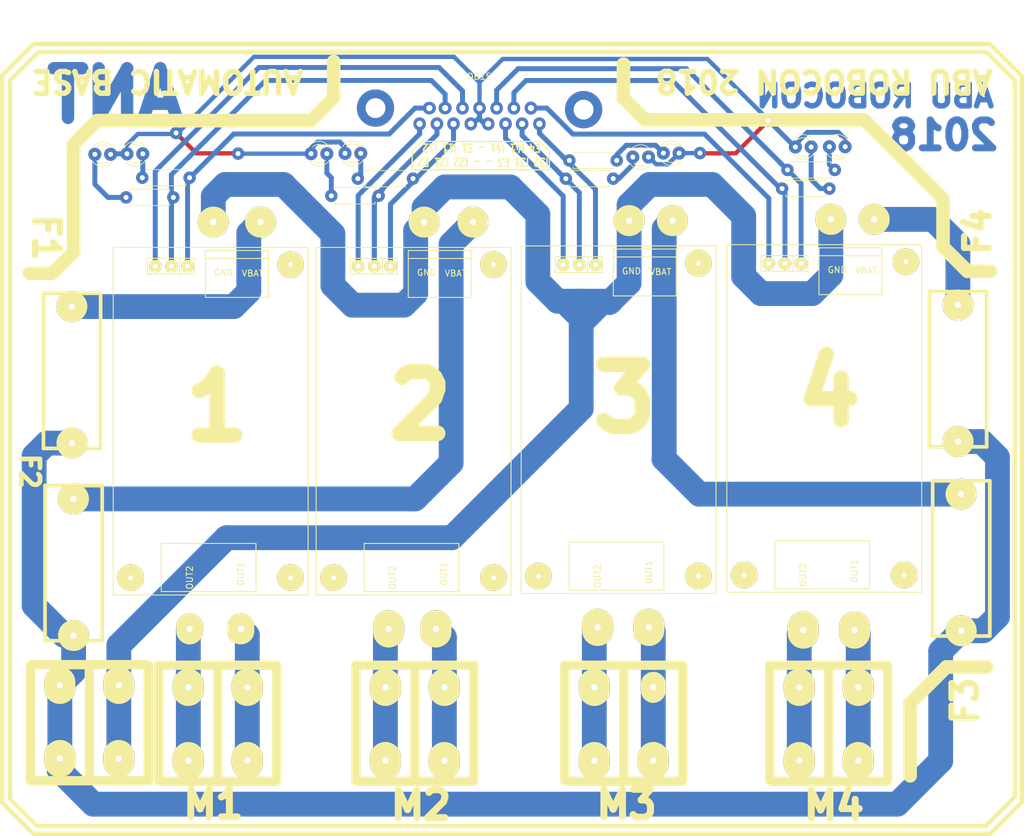
<source format=kicad_pcb>
(kicad_pcb (version 4) (host pcbnew 4.0.7-e2-6376~61~ubuntu18.04.1)

  (general
    (links 68)
    (no_connects 0)
    (area 58.760879 21.881999 223.748081 156.763201)
    (thickness 1.6)
    (drawings 65)
    (tracks 255)
    (zones 0)
    (modules 30)
    (nets 36)
  )

  (page A4)
  (layers
    (0 F.Cu signal)
    (31 B.Cu signal)
    (32 B.Adhes user)
    (33 F.Adhes user)
    (34 B.Paste user)
    (35 F.Paste user)
    (36 B.SilkS user)
    (37 F.SilkS user)
    (38 B.Mask user)
    (39 F.Mask user)
    (40 Dwgs.User user)
    (41 Cmts.User user)
    (42 Eco1.User user)
    (43 Eco2.User user)
    (44 Edge.Cuts user)
    (45 Margin user)
    (46 B.CrtYd user)
    (47 F.CrtYd user)
    (48 B.Fab user)
    (49 F.Fab user)
  )

  (setup
    (last_trace_width 0.7)
    (user_trace_width 0.7)
    (user_trace_width 0.8)
    (user_trace_width 1)
    (user_trace_width 2.5)
    (user_trace_width 2.7)
    (user_trace_width 3)
    (user_trace_width 4)
    (user_trace_width 5)
    (trace_clearance 0.2)
    (zone_clearance 0.75)
    (zone_45_only no)
    (trace_min 0.2)
    (segment_width 2.2)
    (edge_width 0.15)
    (via_size 0.6)
    (via_drill 0.4)
    (via_min_size 0.4)
    (via_min_drill 0.3)
    (user_via 2 0.8)
    (uvia_size 0.3)
    (uvia_drill 0.1)
    (uvias_allowed no)
    (uvia_min_size 0.2)
    (uvia_min_drill 0.1)
    (pcb_text_width 0.3)
    (pcb_text_size 1.5 1.5)
    (mod_edge_width 0.15)
    (mod_text_size 1 1)
    (mod_text_width 0.15)
    (pad_size 2 2)
    (pad_drill 0.8)
    (pad_to_mask_clearance 0.2)
    (aux_axis_origin 0 0)
    (grid_origin 164.592 69.596)
    (visible_elements 7FFFFFFF)
    (pcbplotparams
      (layerselection 0x00030_80000001)
      (usegerberextensions false)
      (excludeedgelayer true)
      (linewidth 0.100000)
      (plotframeref false)
      (viasonmask false)
      (mode 1)
      (useauxorigin false)
      (hpglpennumber 1)
      (hpglpenspeed 20)
      (hpglpendiameter 15)
      (hpglpenoverlay 2)
      (psnegative false)
      (psa4output false)
      (plotreference true)
      (plotvalue true)
      (plotinvisibletext false)
      (padsonsilk false)
      (subtractmaskfromsilk false)
      (outputformat 1)
      (mirror false)
      (drillshape 1)
      (scaleselection 1)
      (outputdirectory ""))
  )

  (net 0 "")
  (net 1 /VBAT1)
  (net 2 /VBAT)
  (net 3 /VBAT2)
  (net 4 /VBAT3)
  (net 5 /VBAT4)
  (net 6 /GND)
  (net 7 /OUT11)
  (net 8 /OUT12)
  (net 9 /PWM1)
  (net 10 /IN11)
  (net 11 /IN12)
  (net 12 /OUT22)
  (net 13 /OUT21)
  (net 14 /PWM2)
  (net 15 /IN21)
  (net 16 /IN22)
  (net 17 /OUT32)
  (net 18 /OUT31)
  (net 19 /PWM3)
  (net 20 /IN31)
  (net 21 /IN32)
  (net 22 /OUT41)
  (net 23 /OUT42)
  (net 24 /PWM4)
  (net 25 /IN41)
  (net 26 /IN42)
  (net 27 "Net-(D1-Pad2)")
  (net 28 "Net-(D2-Pad2)")
  (net 29 "Net-(D3-Pad2)")
  (net 30 "Net-(D4-Pad2)")
  (net 31 "Net-(D5-Pad2)")
  (net 32 "Net-(D6-Pad2)")
  (net 33 "Net-(D7-Pad2)")
  (net 34 "Net-(D8-Pad2)")
  (net 35 /G)

  (net_class Default "This is the default net class."
    (clearance 0.2)
    (trace_width 0.25)
    (via_dia 0.6)
    (via_drill 0.4)
    (uvia_dia 0.3)
    (uvia_drill 0.1)
    (add_net /G)
    (add_net /GND)
    (add_net /IN11)
    (add_net /IN12)
    (add_net /IN21)
    (add_net /IN22)
    (add_net /IN31)
    (add_net /IN32)
    (add_net /IN41)
    (add_net /IN42)
    (add_net /OUT11)
    (add_net /OUT12)
    (add_net /OUT21)
    (add_net /OUT22)
    (add_net /OUT31)
    (add_net /OUT32)
    (add_net /OUT41)
    (add_net /OUT42)
    (add_net /PWM1)
    (add_net /PWM2)
    (add_net /PWM3)
    (add_net /PWM4)
    (add_net /VBAT)
    (add_net /VBAT1)
    (add_net /VBAT2)
    (add_net /VBAT3)
    (add_net /VBAT4)
    (add_net "Net-(D1-Pad2)")
    (add_net "Net-(D2-Pad2)")
    (add_net "Net-(D3-Pad2)")
    (add_net "Net-(D4-Pad2)")
    (add_net "Net-(D5-Pad2)")
    (add_net "Net-(D6-Pad2)")
    (add_net "Net-(D7-Pad2)")
    (add_net "Net-(D8-Pad2)")
  )

  (module modFiles:Resistor_small (layer F.Cu) (tedit 5B4BA2E2) (tstamp 5B4B2A93)
    (at 117.0432 50.86096)
    (descr "Resistor, Axial_DIN0207 series, Axial, Horizontal, pin pitch=7.62mm, 0.25W = 1/4W, length*diameter=6.3*2.5mm^2, http://cdn-reichelt.de/documents/datenblatt/B400/1_4W%23YAG.pdf")
    (tags "Resistor Axial_DIN0207 series Axial Horizontal pin pitch 7.62mm 0.25W = 1/4W length 6.3mm diameter 2.5mm")
    (path /5B4B15B0)
    (fp_text reference R4 (at 3.81 -2.31) (layer F.SilkS) hide
      (effects (font (size 1 1) (thickness 0.15)))
    )
    (fp_text value 330 (at 3.81 2.31) (layer F.Fab) hide
      (effects (font (size 1 1) (thickness 0.15)))
    )
    (fp_line (start 0.66 -1.25) (end 0.66 1.25) (layer F.Fab) (width 0.1))
    (fp_line (start 0.66 1.25) (end 6.96 1.25) (layer F.Fab) (width 0.1))
    (fp_line (start 6.96 1.25) (end 6.96 -1.25) (layer F.Fab) (width 0.1))
    (fp_line (start 6.96 -1.25) (end 0.66 -1.25) (layer F.Fab) (width 0.1))
    (fp_line (start -5.08 0) (end -4.42 0) (layer F.Fab) (width 0.1))
    (fp_line (start 7.62 0) (end 6.96 0) (layer F.Fab) (width 0.1))
    (fp_line (start 0.6 -0.98) (end 0.6 -1.31) (layer F.SilkS) (width 0.12))
    (fp_line (start 0.6 -1.31) (end 7.02 -1.31) (layer F.SilkS) (width 0.12))
    (fp_line (start 7.02 -1.31) (end 7.02 -0.98) (layer F.SilkS) (width 0.12))
    (fp_line (start 0.6 0.98) (end 0.6 1.31) (layer F.SilkS) (width 0.12))
    (fp_line (start 0.6 1.31) (end 7.02 1.31) (layer F.SilkS) (width 0.12))
    (fp_line (start 7.02 1.31) (end 7.02 0.98) (layer F.SilkS) (width 0.12))
    (fp_line (start -1.05 -1.6) (end -1.05 1.6) (layer F.CrtYd) (width 0.05))
    (fp_line (start -1.05 1.6) (end 8.7 1.6) (layer F.CrtYd) (width 0.05))
    (fp_line (start 8.7 1.6) (end 8.7 -1.6) (layer F.CrtYd) (width 0.05))
    (fp_line (start 8.7 -1.6) (end -1.05 -1.6) (layer F.CrtYd) (width 0.05))
    (pad 1 thru_hole circle (at -0.635 0) (size 2 2) (drill 0.8) (layers *.Cu *.Mask)
      (net 30 "Net-(D4-Pad2)"))
    (pad 2 thru_hole circle (at 8.255 0) (size 2 2) (drill 0.8) (layers *.Cu *.Mask)
      (net 16 /IN22))
    (model _3D/Used/R_Axial_DIN0207_L6.3mm_D2.5mm_P7.62mm_Horizontal.wrl
      (at (xyz 0 0 0))
      (scale (xyz 0.393701 0.393701 0.393701))
      (rotate (xyz 0 0 0))
    )
  )

  (module modFiles:Bridge (layer F.Cu) (tedit 5B4B2D5D) (tstamp 5AF453B4)
    (at 94.398 66.246 90)
    (path /5AF47778)
    (fp_text reference J3 (at -6.1722 7.1882 90) (layer F.SilkS) hide
      (effects (font (size 1 1) (thickness 0.15)))
    )
    (fp_text value HBRIDGE1 (at -18.41 -0.09 90) (layer F.Fab) hide
      (effects (font (size 1 1) (thickness 0.15)))
    )
    (fp_text user GND (at 0.2413 0.381 180) (layer F.SilkS)
      (effects (font (size 1 1) (thickness 0.15)))
    )
    (fp_text user VBAT (at 0.127 5.0673 180) (layer F.SilkS)
      (effects (font (size 1 1) (thickness 0.15)))
    )
    (fp_line (start 2.52476 -2.55016) (end 2.52476 7.59968) (layer F.SilkS) (width 0.15))
    (fp_line (start 3.79984 -2.55016) (end 3.79984 7.59968) (layer F.SilkS) (width 0.15))
    (fp_line (start 3.79984 7.59968) (end -3.74904 7.59968) (layer F.SilkS) (width 0.15))
    (fp_line (start -3.74904 7.59968) (end -3.74904 -2.55016) (layer F.SilkS) (width 0.15))
    (fp_line (start -3.74904 -2.55016) (end 3.79984 -2.55016) (layer F.SilkS) (width 0.15))
    (fp_line (start 0.01524 -6.69544) (end 2.57048 -6.69544) (layer F.SilkS) (width 0.15))
    (fp_line (start 2.57048 -6.69544) (end 2.55016 -6.70052) (layer F.SilkS) (width 0.15))
    (fp_line (start 2.54508 -11.89736) (end 2.55524 -4.32308) (layer F.SilkS) (width 0.15))
    (fp_line (start 2.55524 -4.32308) (end 0.02032 -4.32308) (layer F.SilkS) (width 0.15))
    (fp_line (start 0.02032 -4.32308) (end 0.02032 -11.89736) (layer F.SilkS) (width 0.15))
    (fp_line (start 0.02032 -11.89736) (end 2.54508 -11.89736) (layer F.SilkS) (width 0.15))
    (fp_text user OUT2 (at -48.895 -5.08 90) (layer F.SilkS)
      (effects (font (size 1 1) (thickness 0.15)))
    )
    (fp_text user OUT1 (at -48.26 3.175 90) (layer F.SilkS)
      (effects (font (size 1 1) (thickness 0.15)))
    )
    (fp_line (start -51.13528 -9.652) (end -43.38828 -9.652) (layer F.SilkS) (width 0.15))
    (fp_line (start -43.38828 -9.652) (end -43.38828 5.59816) (layer F.SilkS) (width 0.15))
    (fp_line (start -43.38828 5.59816) (end -51.13528 5.59816) (layer F.SilkS) (width 0.15))
    (fp_line (start -51.13528 5.59816) (end -51.13528 -9.652) (layer F.SilkS) (width 0.15))
    (fp_line (start -51.69408 -17.39392) (end 4.30784 -17.39392) (layer F.SilkS) (width 0.15))
    (fp_line (start 4.30784 -17.39392) (end 4.30784 14.00556) (layer F.SilkS) (width 0.15))
    (fp_line (start 4.30784 14.00556) (end -51.69408 14.00556) (layer F.SilkS) (width 0.15))
    (fp_line (start -51.69408 14.00556) (end -51.69408 -17.39392) (layer F.SilkS) (width 0.15))
    (pad "" thru_hole circle (at -48.895 -14.58976 90) (size 4.318 4.318) (drill 0.762) (layers *.Cu *.Mask F.SilkS))
    (pad "" thru_hole circle (at 1.524 11.176 90) (size 4.318 4.318) (drill 0.762) (layers *.Cu *.Mask F.SilkS))
    (pad "" thru_hole circle (at -48.88992 11.176 90) (size 4.318 4.318) (drill 0.762) (layers *.Cu *.Mask F.SilkS))
    (pad 2 thru_hole oval (at -57.15 -5.08 90) (size 5 4.318) (drill 1) (layers *.Cu *.Mask F.SilkS)
      (net 8 /OUT12))
    (pad 1 thru_hole oval (at -57.15 3.175 90) (size 5 4.318) (drill 1) (layers *.Cu *.Mask F.SilkS)
      (net 7 /OUT11))
    (pad 3 thru_hole circle (at 1.27 -10.62228 90) (size 2.032 2.032) (drill 0.762) (layers *.Cu *.Mask F.SilkS)
      (net 9 /PWM1) (clearance -0.254))
    (pad 4 thru_hole circle (at 1.27 -8.02132 90) (size 2.032 2.032) (drill 0.762) (layers *.Cu *.Mask F.SilkS)
      (net 10 /IN11) (clearance -0.254))
    (pad 5 thru_hole circle (at 1.27 -5.42036 90) (size 2.032 2.032) (drill 0.762) (layers *.Cu *.Mask F.SilkS)
      (net 11 /IN12) (clearance -0.254))
    (pad 7 thru_hole circle (at 8.382 -1.27 90) (size 5 5) (drill 1) (layers *.Cu *.Mask F.SilkS)
      (net 6 /GND))
    (pad 6 thru_hole circle (at 8.382 6.35 90) (size 5 5) (drill 1) (layers *.Cu *.Mask F.SilkS)
      (net 1 /VBAT1))
  )

  (module modFiles:Bridge (layer F.Cu) (tedit 5B4B2D3F) (tstamp 5AF453C3)
    (at 127.088 66.246 90)
    (path /5AF47855)
    (fp_text reference J4 (at -6.1722 7.1882 90) (layer F.SilkS) hide
      (effects (font (size 1 1) (thickness 0.15)))
    )
    (fp_text value HBRIDGE2 (at -19.9 -0.1 90) (layer F.Fab) hide
      (effects (font (size 1 1) (thickness 0.15)))
    )
    (fp_text user GND (at 0.2413 0.381 180) (layer F.SilkS)
      (effects (font (size 1 1) (thickness 0.15)))
    )
    (fp_text user VBAT (at 0.127 5.0673 180) (layer F.SilkS)
      (effects (font (size 1 1) (thickness 0.15)))
    )
    (fp_line (start 2.52476 -2.55016) (end 2.52476 7.59968) (layer F.SilkS) (width 0.15))
    (fp_line (start 3.79984 -2.55016) (end 3.79984 7.59968) (layer F.SilkS) (width 0.15))
    (fp_line (start 3.79984 7.59968) (end -3.74904 7.59968) (layer F.SilkS) (width 0.15))
    (fp_line (start -3.74904 7.59968) (end -3.74904 -2.55016) (layer F.SilkS) (width 0.15))
    (fp_line (start -3.74904 -2.55016) (end 3.79984 -2.55016) (layer F.SilkS) (width 0.15))
    (fp_line (start 0.01524 -6.69544) (end 2.57048 -6.69544) (layer F.SilkS) (width 0.15))
    (fp_line (start 2.57048 -6.69544) (end 2.55016 -6.70052) (layer F.SilkS) (width 0.15))
    (fp_line (start 2.54508 -11.89736) (end 2.55524 -4.32308) (layer F.SilkS) (width 0.15))
    (fp_line (start 2.55524 -4.32308) (end 0.02032 -4.32308) (layer F.SilkS) (width 0.15))
    (fp_line (start 0.02032 -4.32308) (end 0.02032 -11.89736) (layer F.SilkS) (width 0.15))
    (fp_line (start 0.02032 -11.89736) (end 2.54508 -11.89736) (layer F.SilkS) (width 0.15))
    (fp_text user OUT2 (at -48.895 -5.08 90) (layer F.SilkS)
      (effects (font (size 1 1) (thickness 0.15)))
    )
    (fp_text user OUT1 (at -48.26 3.175 90) (layer F.SilkS)
      (effects (font (size 1 1) (thickness 0.15)))
    )
    (fp_line (start -51.13528 -9.652) (end -43.38828 -9.652) (layer F.SilkS) (width 0.15))
    (fp_line (start -43.38828 -9.652) (end -43.38828 5.59816) (layer F.SilkS) (width 0.15))
    (fp_line (start -43.38828 5.59816) (end -51.13528 5.59816) (layer F.SilkS) (width 0.15))
    (fp_line (start -51.13528 5.59816) (end -51.13528 -9.652) (layer F.SilkS) (width 0.15))
    (fp_line (start -51.69408 -17.39392) (end 4.30784 -17.39392) (layer F.SilkS) (width 0.15))
    (fp_line (start 4.30784 -17.39392) (end 4.30784 14.00556) (layer F.SilkS) (width 0.15))
    (fp_line (start 4.30784 14.00556) (end -51.69408 14.00556) (layer F.SilkS) (width 0.15))
    (fp_line (start -51.69408 14.00556) (end -51.69408 -17.39392) (layer F.SilkS) (width 0.15))
    (pad "" thru_hole circle (at 1.5367 11.176 90) (size 4.318 4.318) (drill 0.762) (layers *.Cu *.Mask F.SilkS))
    (pad "" thru_hole circle (at -48.895 -14.58976 90) (size 4.318 4.318) (drill 0.762) (layers *.Cu *.Mask F.SilkS))
    (pad "" thru_hole circle (at -48.88992 11.176 90) (size 4.318 4.318) (drill 0.762) (layers *.Cu *.Mask F.SilkS))
    (pad 2 thru_hole oval (at -57.15 -5.715 90) (size 6 5) (drill 1) (layers *.Cu *.Mask F.SilkS)
      (net 12 /OUT22))
    (pad 1 thru_hole oval (at -57.15 1.905 90) (size 6 5) (drill 1) (layers *.Cu *.Mask F.SilkS)
      (net 13 /OUT21))
    (pad 3 thru_hole circle (at 1.27 -10.62228 90) (size 2.032 2.032) (drill 0.762) (layers *.Cu *.Mask F.SilkS)
      (net 14 /PWM2) (clearance -0.254))
    (pad 4 thru_hole circle (at 1.27 -8.02132 90) (size 2.032 2.032) (drill 0.762) (layers *.Cu *.Mask F.SilkS)
      (net 15 /IN21) (clearance -0.254))
    (pad 5 thru_hole circle (at 1.27 -5.42036 90) (size 2.032 2.032) (drill 0.762) (layers *.Cu *.Mask F.SilkS)
      (net 16 /IN22) (clearance -0.254))
    (pad 7 thru_hole circle (at 8.382 0 90) (size 5 5) (drill 1) (layers *.Cu *.Mask F.SilkS)
      (net 6 /GND))
    (pad 6 thru_hole circle (at 8.382 7.874 90) (size 5 5) (drill 1) (layers *.Cu *.Mask F.SilkS)
      (net 3 /VBAT2))
  )

  (module modFiles:Bridge (layer F.Cu) (tedit 5B4B2D22) (tstamp 5AF453DA)
    (at 160.118 66.006 90)
    (path /5AF478BC)
    (fp_text reference J6 (at -6.1722 7.1882 90) (layer F.SilkS) hide
      (effects (font (size 1 1) (thickness 0.15)))
    )
    (fp_text value HBRIDGE3 (at -23.78 0.44 90) (layer F.SilkS) hide
      (effects (font (size 1 1) (thickness 0.15)))
    )
    (fp_text user GND (at 0.2413 0.381 180) (layer F.SilkS)
      (effects (font (size 1 1) (thickness 0.15)))
    )
    (fp_text user VBAT (at 0.127 5.0673 180) (layer F.SilkS)
      (effects (font (size 1 1) (thickness 0.15)))
    )
    (fp_line (start 2.52476 -2.55016) (end 2.52476 7.59968) (layer F.SilkS) (width 0.15))
    (fp_line (start 3.79984 -2.55016) (end 3.79984 7.59968) (layer F.SilkS) (width 0.15))
    (fp_line (start 3.79984 7.59968) (end -3.74904 7.59968) (layer F.SilkS) (width 0.15))
    (fp_line (start -3.74904 7.59968) (end -3.74904 -2.55016) (layer F.SilkS) (width 0.15))
    (fp_line (start -3.74904 -2.55016) (end 3.79984 -2.55016) (layer F.SilkS) (width 0.15))
    (fp_line (start 0.01524 -6.69544) (end 2.57048 -6.69544) (layer F.SilkS) (width 0.15))
    (fp_line (start 2.57048 -6.69544) (end 2.55016 -6.70052) (layer F.SilkS) (width 0.15))
    (fp_line (start 2.54508 -11.89736) (end 2.55524 -4.32308) (layer F.SilkS) (width 0.15))
    (fp_line (start 2.55524 -4.32308) (end 0.02032 -4.32308) (layer F.SilkS) (width 0.15))
    (fp_line (start 0.02032 -4.32308) (end 0.02032 -11.89736) (layer F.SilkS) (width 0.15))
    (fp_line (start 0.02032 -11.89736) (end 2.54508 -11.89736) (layer F.SilkS) (width 0.15))
    (fp_text user OUT2 (at -48.895 -5.08 90) (layer F.SilkS)
      (effects (font (size 1 1) (thickness 0.15)))
    )
    (fp_text user OUT1 (at -48.26 3.175 90) (layer F.SilkS)
      (effects (font (size 1 1) (thickness 0.15)))
    )
    (fp_line (start -51.13528 -9.652) (end -43.38828 -9.652) (layer F.SilkS) (width 0.15))
    (fp_line (start -43.38828 -9.652) (end -43.38828 5.59816) (layer F.SilkS) (width 0.15))
    (fp_line (start -43.38828 5.59816) (end -51.13528 5.59816) (layer F.SilkS) (width 0.15))
    (fp_line (start -51.13528 5.59816) (end -51.13528 -9.652) (layer F.SilkS) (width 0.15))
    (fp_line (start -51.69408 -17.39392) (end 4.30784 -17.39392) (layer F.SilkS) (width 0.15))
    (fp_line (start 4.30784 -17.39392) (end 4.30784 14.00556) (layer F.SilkS) (width 0.15))
    (fp_line (start 4.30784 14.00556) (end -51.69408 14.00556) (layer F.SilkS) (width 0.15))
    (fp_line (start -51.69408 14.00556) (end -51.69408 -17.39392) (layer F.SilkS) (width 0.15))
    (pad "" thru_hole circle (at -48.895 -14.58976 90) (size 4.318 4.318) (drill 0.762) (layers *.Cu *.Mask F.SilkS))
    (pad "" thru_hole circle (at 1.51892 11.176 90) (size 4.318 4.318) (drill 0.762) (layers *.Cu *.Mask F.SilkS))
    (pad "" thru_hole circle (at -48.88992 11.176 90) (size 4.318 4.318) (drill 0.762) (layers *.Cu *.Mask F.SilkS))
    (pad 2 thru_hole oval (at -57.15 -5.08 90) (size 6 5) (drill 1) (layers *.Cu *.Mask F.SilkS)
      (net 17 /OUT32))
    (pad 1 thru_hole oval (at -57.15 3.175 90) (size 6 5) (drill 1) (layers *.Cu *.Mask F.SilkS)
      (net 18 /OUT31))
    (pad 3 thru_hole circle (at 1.27 -10.62228 90) (size 2.032 2.032) (drill 0.762) (layers *.Cu *.Mask F.SilkS)
      (net 19 /PWM3) (clearance -0.254))
    (pad 4 thru_hole circle (at 1.27 -8.02132 90) (size 2.032 2.032) (drill 0.762) (layers *.Cu *.Mask F.SilkS)
      (net 20 /IN31) (clearance -0.254))
    (pad 5 thru_hole circle (at 1.27 -5.42036 90) (size 2.032 2.032) (drill 0.762) (layers *.Cu *.Mask F.SilkS)
      (net 21 /IN32) (clearance -0.254))
    (pad 7 thru_hole circle (at 8.382 0 90) (size 5 5) (drill 1) (layers *.Cu *.Mask F.SilkS)
      (net 6 /GND))
    (pad 6 thru_hole circle (at 8.382 6.985 90) (size 5 5) (drill 1) (layers *.Cu *.Mask F.SilkS)
      (net 4 /VBAT3))
  )

  (module modFiles:Bridge (layer F.Cu) (tedit 5B4B2CF2) (tstamp 5AF453F9)
    (at 193.248 65.806 90)
    (path /5AF47914)
    (fp_text reference J9 (at -6.1722 7.1882 90) (layer F.SilkS) hide
      (effects (font (size 1 1) (thickness 0.15)))
    )
    (fp_text value HBRIDGE4 (at -21.01 0.18 90) (layer F.SilkS) hide
      (effects (font (size 1 1) (thickness 0.15)))
    )
    (fp_text user GND (at 0.2413 0.381 180) (layer F.SilkS)
      (effects (font (size 1 1) (thickness 0.15)))
    )
    (fp_text user VBAT (at 0.127 5.0673 180) (layer F.SilkS)
      (effects (font (size 1 1) (thickness 0.15)))
    )
    (fp_line (start 2.52476 -2.55016) (end 2.52476 7.59968) (layer F.SilkS) (width 0.15))
    (fp_line (start 3.79984 -2.55016) (end 3.79984 7.59968) (layer F.SilkS) (width 0.15))
    (fp_line (start 3.79984 7.59968) (end -3.74904 7.59968) (layer F.SilkS) (width 0.15))
    (fp_line (start -3.74904 7.59968) (end -3.74904 -2.55016) (layer F.SilkS) (width 0.15))
    (fp_line (start -3.74904 -2.55016) (end 3.79984 -2.55016) (layer F.SilkS) (width 0.15))
    (fp_line (start 0.01524 -6.69544) (end 2.57048 -6.69544) (layer F.SilkS) (width 0.15))
    (fp_line (start 2.57048 -6.69544) (end 2.55016 -6.70052) (layer F.SilkS) (width 0.15))
    (fp_line (start 2.54508 -11.89736) (end 2.55524 -4.32308) (layer F.SilkS) (width 0.15))
    (fp_line (start 2.55524 -4.32308) (end 0.02032 -4.32308) (layer F.SilkS) (width 0.15))
    (fp_line (start 0.02032 -4.32308) (end 0.02032 -11.89736) (layer F.SilkS) (width 0.15))
    (fp_line (start 0.02032 -11.89736) (end 2.54508 -11.89736) (layer F.SilkS) (width 0.15))
    (fp_text user OUT2 (at -48.895 -5.08 90) (layer F.SilkS)
      (effects (font (size 1 1) (thickness 0.15)))
    )
    (fp_text user OUT1 (at -48.26 3.175 90) (layer F.SilkS)
      (effects (font (size 1 1) (thickness 0.15)))
    )
    (fp_line (start -51.13528 -9.652) (end -43.38828 -9.652) (layer F.SilkS) (width 0.15))
    (fp_line (start -43.38828 -9.652) (end -43.38828 5.59816) (layer F.SilkS) (width 0.15))
    (fp_line (start -43.38828 5.59816) (end -51.13528 5.59816) (layer F.SilkS) (width 0.15))
    (fp_line (start -51.13528 5.59816) (end -51.13528 -9.652) (layer F.SilkS) (width 0.15))
    (fp_line (start -51.69408 -17.39392) (end 4.30784 -17.39392) (layer F.SilkS) (width 0.15))
    (fp_line (start 4.30784 -17.39392) (end 4.30784 14.00556) (layer F.SilkS) (width 0.15))
    (fp_line (start 4.30784 14.00556) (end -51.69408 14.00556) (layer F.SilkS) (width 0.15))
    (fp_line (start -51.69408 14.00556) (end -51.69408 -17.39392) (layer F.SilkS) (width 0.15))
    (pad "" thru_hole circle (at -48.895 -14.58976 90) (size 4.318 4.318) (drill 0.762) (layers *.Cu *.Mask F.SilkS))
    (pad "" thru_hole circle (at 1.5621 11.4554 90) (size 4.318 4.318) (drill 0.762) (layers *.Cu *.Mask F.SilkS))
    (pad "" thru_hole circle (at -48.88992 11.176 90) (size 4.318 4.318) (drill 0.762) (layers *.Cu *.Mask F.SilkS))
    (pad 2 thru_hole oval (at -57.785 -5.08 90) (size 6 5) (drill 1) (layers *.Cu *.Mask F.SilkS)
      (net 23 /OUT42))
    (pad 1 thru_hole oval (at -57.785 3.175 90) (size 6 5) (drill 1) (layers *.Cu *.Mask F.SilkS)
      (net 22 /OUT41))
    (pad 3 thru_hole circle (at 1.27 -10.62228 90) (size 2.032 2.032) (drill 0.762) (layers *.Cu *.Mask F.SilkS)
      (net 24 /PWM4) (clearance -0.254))
    (pad 4 thru_hole circle (at 1.27 -8.02132 90) (size 2.032 2.032) (drill 0.762) (layers *.Cu *.Mask F.SilkS)
      (net 25 /IN41) (clearance -0.254))
    (pad 5 thru_hole circle (at 1.27 -5.42036 90) (size 2.032 2.032) (drill 0.762) (layers *.Cu *.Mask F.SilkS)
      (net 26 /IN42) (clearance -0.254))
    (pad 7 thru_hole circle (at 8.382 -0.635 90) (size 5 5) (drill 1) (layers *.Cu *.Mask F.SilkS)
      (net 6 /GND))
    (pad 6 thru_hole circle (at 8.382 6.35 90) (size 5 5) (drill 1) (layers *.Cu *.Mask F.SilkS)
      (net 5 /VBAT4))
  )

  (module modFiles:DB15 (layer F.Cu) (tedit 5AF6A2E0) (tstamp 5AF4540E)
    (at 126.365 42.037)
    (descr "Connecteur DB15 femelle couche")
    (tags "CONN DB15")
    (path /5AF4760A)
    (fp_text reference J10 (at 9.65 -16.51) (layer F.Fab)
      (effects (font (size 1 1) (thickness 0.15)))
    )
    (fp_text value DB15 (at 9.65 -7.62) (layer F.SilkS)
      (effects (font (size 1 1) (thickness 0.15)))
    )
    (fp_line (start 29.46 -12.7) (end -10.16 -12.7) (layer F.Fab) (width 0.1))
    (fp_line (start 29.46 -13.97) (end -10.16 -13.97) (layer F.Fab) (width 0.1))
    (fp_line (start 23.11 -9.53) (end -3.81 -9.53) (layer F.Fab) (width 0.1))
    (fp_line (start -3.81 -19.68) (end 23.11 -19.68) (layer F.Fab) (width 0.1))
    (fp_line (start 23.11 -13.97) (end 23.11 -19.68) (layer F.Fab) (width 0.1))
    (fp_line (start 23.11 -9.53) (end 23.11 -12.7) (layer F.Fab) (width 0.1))
    (fp_line (start 23.75 -7.62) (end 23.75 -12.7) (layer F.Fab) (width 0.1))
    (fp_line (start 22.1 -7.62) (end 29.46 -7.62) (layer F.Fab) (width 0.1))
    (fp_line (start 22.1 1.27) (end 22.1 -7.62) (layer F.Fab) (width 0.1))
    (fp_line (start 29.46 1.27) (end 22.1 1.27) (layer F.Fab) (width 0.1))
    (fp_line (start 29.46 1.27) (end 29.46 -13.97) (layer F.Fab) (width 0.1))
    (fp_line (start -4.45 -12.7) (end -4.45 -7.62) (layer F.Fab) (width 0.1))
    (fp_line (start -2.54 -7.62) (end -2.54 1.27) (layer F.Fab) (width 0.1))
    (fp_line (start -10.16 1.27) (end -10.16 -12.7) (layer F.Fab) (width 0.1))
    (fp_line (start -10.16 -7.62) (end -2.54 -7.62) (layer F.Fab) (width 0.1))
    (fp_line (start -3.81 -9.53) (end -3.81 -12.7) (layer F.Fab) (width 0.1))
    (fp_line (start -3.81 -19.68) (end -3.81 -13.97) (layer F.Fab) (width 0.1))
    (fp_line (start -10.16 -13.97) (end -10.16 -12.7) (layer F.Fab) (width 0.1))
    (fp_line (start -10.16 1.27) (end -2.54 1.27) (layer F.Fab) (width 0.1))
    (fp_line (start -10.41 -19.93) (end 29.71 -19.93) (layer F.CrtYd) (width 0.05))
    (fp_line (start -10.41 -19.93) (end -10.41 1.52) (layer F.CrtYd) (width 0.05))
    (fp_line (start 29.71 1.52) (end 29.71 -19.93) (layer F.CrtYd) (width 0.05))
    (fp_line (start 29.71 1.52) (end -10.41 1.52) (layer F.CrtYd) (width 0.05))
    (pad "" thru_hole circle (at 26.42 -2.29) (size 6 6) (drill 3.2) (layers *.Cu *.Mask))
    (pad "" thru_hole circle (at -7.11 -2.54) (size 6 6) (drill 3.2) (layers *.Cu *.Mask))
    (pad 1 thru_hole oval (at 0 0) (size 2 2.1) (drill 1) (layers *.Cu *.Mask)
      (net 14 /PWM2))
    (pad 2 thru_hole oval (at 2.79 0) (size 2 2.1) (drill 1) (layers *.Cu *.Mask)
      (net 15 /IN21))
    (pad 3 thru_hole oval (at 5.46 0) (size 2 2.1) (drill 1) (layers *.Cu *.Mask)
      (net 16 /IN22))
    (pad 4 thru_hole oval (at 8.25 0) (size 2 2.1) (drill 1) (layers *.Cu *.Mask)
      (net 35 /G))
    (pad 5 thru_hole oval (at 11.05 0) (size 2 2.1) (drill 1) (layers *.Cu *.Mask)
      (net 35 /G))
    (pad 6 thru_hole oval (at 13.84 0) (size 2 2.1) (drill 1) (layers *.Cu *.Mask)
      (net 19 /PWM3))
    (pad 7 thru_hole oval (at 16.51 0) (size 2 2.1) (drill 1) (layers *.Cu *.Mask)
      (net 20 /IN31))
    (pad 8 thru_hole oval (at 19.3 0) (size 2 2.1) (drill 1) (layers *.Cu *.Mask)
      (net 21 /IN32))
    (pad 9 thru_hole oval (at 1.57 -2.54) (size 2.1 2) (drill 1) (layers *.Cu *.Mask)
      (net 11 /IN12))
    (pad 10 thru_hole oval (at 4.11 -2.54) (size 2.1 2) (drill 1) (layers *.Cu *.Mask)
      (net 10 /IN11))
    (pad 11 thru_hole oval (at 6.91 -2.54) (size 2 2.1) (drill 1) (layers *.Cu *.Mask)
      (net 9 /PWM1))
    (pad 12 thru_hole oval (at 9.65 -2.54) (size 2 2.1) (drill 1) (layers *.Cu *.Mask)
      (net 35 /G))
    (pad 13 thru_hole oval (at 12.4 -2.54) (size 2 2.1) (drill 1) (layers *.Cu *.Mask)
      (net 26 /IN42))
    (pad 14 thru_hole oval (at 15.19 -2.54) (size 2 2.1) (drill 1) (layers *.Cu *.Mask)
      (net 25 /IN41))
    (pad 15 thru_hole oval (at 17.93 -2.54) (size 2 2.1) (drill 1) (layers *.Cu *.Mask)
      (net 24 /PWM4))
    (model Connectors.3dshapes/DB15FC.wrl
      (at (xyz 0.38 0.05 0))
      (scale (xyz 1 1 1))
      (rotate (xyz 0 0 0))
    )
  )

  (module modFiles:Fuse_Holder (layer F.Cu) (tedit 5B491B2C) (tstamp 5AF45383)
    (at 70.866 82.042 90)
    (path /5AF492B0)
    (fp_text reference F1 (at -4.7371 -6.4516 90) (layer F.Fab) hide
      (effects (font (size 1 1) (thickness 0.15)))
    )
    (fp_text value Fuse (at -0.154 -0.098 180) (layer F.Fab)
      (effects (font (size 0.8 0.8) (thickness 0.2)))
    )
    (fp_line (start -12.2809 -5.1054) (end 12.7191 -5.1054) (layer F.SilkS) (width 0.6))
    (fp_line (start 12.7191 -5.1054) (end 12.7191 4.1046) (layer F.SilkS) (width 0.6))
    (fp_line (start 12.7191 4.1046) (end -12.2809 4.1046) (layer F.SilkS) (width 0.6))
    (fp_line (start -12.2809 4.1046) (end -12.2809 -5.1054) (layer F.SilkS) (width 0.6))
    (pad 1 thru_hole circle (at 10.5691 -0.5304 180) (size 5 5) (drill 1) (layers *.Cu *.Mask F.SilkS)
      (net 1 /VBAT1))
    (pad 2 thru_hole circle (at -11.4309 -0.5054 180) (size 5 5) (drill 1) (layers *.Cu *.Mask F.SilkS)
      (net 2 /VBAT))
  )

  (module modFiles:Fuse_Holder (layer F.Cu) (tedit 5B491B34) (tstamp 5AF45389)
    (at 71.12 113.03 90)
    (path /5AF493D6)
    (fp_text reference F2 (at -4.7371 -6.4516 90) (layer F.Fab) hide
      (effects (font (size 1 1) (thickness 0.15)))
    )
    (fp_text value Fuse (at -0.254 0.762 180) (layer F.Fab)
      (effects (font (size 0.8 0.8) (thickness 0.2)))
    )
    (fp_line (start -12.2809 -5.1054) (end 12.7191 -5.1054) (layer F.SilkS) (width 0.6))
    (fp_line (start 12.7191 -5.1054) (end 12.7191 4.1046) (layer F.SilkS) (width 0.6))
    (fp_line (start 12.7191 4.1046) (end -12.2809 4.1046) (layer F.SilkS) (width 0.6))
    (fp_line (start -12.2809 4.1046) (end -12.2809 -5.1054) (layer F.SilkS) (width 0.6))
    (pad 1 thru_hole circle (at 10.5691 -0.5304 180) (size 5 5) (drill 1) (layers *.Cu *.Mask F.SilkS)
      (net 3 /VBAT2))
    (pad 2 thru_hole circle (at -11.4309 -0.5054 180) (size 5 5) (drill 1) (layers *.Cu *.Mask F.SilkS)
      (net 2 /VBAT))
  )

  (module modFiles:Fuse_Holder (layer F.Cu) (tedit 5B491B40) (tstamp 5AF4538F)
    (at 214.122 112.268 90)
    (path /5AF4945E)
    (fp_text reference F3 (at -4.7371 -6.4516 90) (layer F.Fab) hide
      (effects (font (size 1 1) (thickness 0.15)))
    )
    (fp_text value Fuse (at -0.254 -0.254 180) (layer F.Fab)
      (effects (font (size 0.8 0.8) (thickness 0.2)))
    )
    (fp_line (start -12.2809 -5.1054) (end 12.7191 -5.1054) (layer F.SilkS) (width 0.6))
    (fp_line (start 12.7191 -5.1054) (end 12.7191 4.1046) (layer F.SilkS) (width 0.6))
    (fp_line (start 12.7191 4.1046) (end -12.2809 4.1046) (layer F.SilkS) (width 0.6))
    (fp_line (start -12.2809 4.1046) (end -12.2809 -5.1054) (layer F.SilkS) (width 0.6))
    (pad 1 thru_hole circle (at 10.5691 -0.5304 180) (size 5 5) (drill 1) (layers *.Cu *.Mask F.SilkS)
      (net 4 /VBAT3))
    (pad 2 thru_hole circle (at -11.4309 -0.5054 180) (size 5 5) (drill 1) (layers *.Cu *.Mask F.SilkS)
      (net 2 /VBAT))
  )

  (module modFiles:Fuse_Holder (layer F.Cu) (tedit 5B491B45) (tstamp 5AF45395)
    (at 213.614 81.788 90)
    (path /5AF4950F)
    (fp_text reference F4 (at -4.7371 -6.4516 90) (layer F.Fab) hide
      (effects (font (size 1 1) (thickness 0.15)))
    )
    (fp_text value Fuse (at -0.154 -0.098 180) (layer F.Fab)
      (effects (font (size 0.8 0.8) (thickness 0.2)))
    )
    (fp_line (start -12.2809 -5.1054) (end 12.7191 -5.1054) (layer F.SilkS) (width 0.6))
    (fp_line (start 12.7191 -5.1054) (end 12.7191 4.1046) (layer F.SilkS) (width 0.6))
    (fp_line (start 12.7191 4.1046) (end -12.2809 4.1046) (layer F.SilkS) (width 0.6))
    (fp_line (start -12.2809 4.1046) (end -12.2809 -5.1054) (layer F.SilkS) (width 0.6))
    (pad 1 thru_hole circle (at 10.5691 -0.5304 180) (size 5 5) (drill 1) (layers *.Cu *.Mask F.SilkS)
      (net 5 /VBAT4))
    (pad 2 thru_hole circle (at -11.4309 -0.5054 180) (size 5 5) (drill 1) (layers *.Cu *.Mask F.SilkS)
      (net 2 /VBAT))
  )

  (module modFiles:Solar_Connector (layer F.Cu) (tedit 5B36145A) (tstamp 5AF4539D)
    (at 73.025 137.922)
    (path /5AF48F3B)
    (fp_text reference J1 (at -5.334 -10.2362) (layer F.Fab)
      (effects (font (size 1 1) (thickness 0.15)))
    )
    (fp_text value PWR (at -8.128 -10.2362) (layer F.SilkS) hide
      (effects (font (size 1 1) (thickness 0.15)))
    )
    (fp_line (start -9.2964 -8.763) (end 9.3 -8.763) (layer F.SilkS) (width 1.5))
    (fp_line (start 9.6274 -8.7) (end 9.6274 9.5) (layer F.SilkS) (width 1.5))
    (fp_line (start -9.3218 9.9388) (end 9.6782 9.9388) (layer F.SilkS) (width 1.5))
    (fp_line (start -9.3726 -8.5) (end -9.3726 9.6) (layer F.SilkS) (width 1.5))
    (fp_line (start 0.1274 8.9736) (end 0.1274 -8.0264) (layer F.SilkS) (width 1.5))
    (pad 1 thru_hole oval (at -4.6226 -5.4264 90) (size 6 5) (drill 1) (layers *.Cu *.Mask F.SilkS)
      (net 2 /VBAT))
    (pad 2 thru_hole oval (at 4.8774 -5.4264 90) (size 6 5) (drill 1) (layers *.Cu *.Mask F.SilkS)
      (net 6 /GND))
    (pad 1 thru_hole oval (at -4.6226 6.3736 90) (size 6 5) (drill 1) (layers *.Cu *.Mask F.SilkS)
      (net 2 /VBAT))
    (pad 2 thru_hole oval (at 4.8774 6.3736 90) (size 6 5) (drill 1) (layers *.Cu *.Mask F.SilkS)
      (net 6 /GND))
  )

  (module modFiles:Solar_Connector (layer F.Cu) (tedit 5B361482) (tstamp 5AF453A5)
    (at 93.98 139.192 180)
    (path /5AF48603)
    (fp_text reference J2 (at -5.334 -10.2362 180) (layer F.Fab)
      (effects (font (size 1 1) (thickness 0.15)))
    )
    (fp_text value SLRCONN1 (at -8.128 -10.2362 180) (layer F.SilkS) hide
      (effects (font (size 1 1) (thickness 0.15)))
    )
    (fp_line (start -9.2964 -8.763) (end 9.3 -8.763) (layer F.SilkS) (width 1.5))
    (fp_line (start 9.6274 -8.7) (end 9.6274 9.5) (layer F.SilkS) (width 1.5))
    (fp_line (start -9.3218 9.9388) (end 9.6782 9.9388) (layer F.SilkS) (width 1.5))
    (fp_line (start -9.3726 -8.5) (end -9.3726 9.6) (layer F.SilkS) (width 1.5))
    (fp_line (start 0.1274 8.9736) (end 0.1274 -8.0264) (layer F.SilkS) (width 1.5))
    (pad 1 thru_hole oval (at -4.6226 -5.4264 270) (size 6 5) (drill 1) (layers *.Cu *.Mask F.SilkS)
      (net 7 /OUT11))
    (pad 2 thru_hole oval (at 4.8774 -5.4264 270) (size 6 5) (drill 1) (layers *.Cu *.Mask F.SilkS)
      (net 8 /OUT12))
    (pad 1 thru_hole oval (at -4.6226 6.3736 270) (size 6 5) (drill 1) (layers *.Cu *.Mask F.SilkS)
      (net 7 /OUT11))
    (pad 2 thru_hole oval (at 4.8774 6.3736 270) (size 6 5) (drill 1) (layers *.Cu *.Mask F.SilkS)
      (net 8 /OUT12))
  )

  (module modFiles:Solar_Connector (layer F.Cu) (tedit 5B3614AD) (tstamp 5AF453CB)
    (at 125.73 139.192 180)
    (path /5AF48668)
    (fp_text reference J5 (at -5.334 -10.2362 180) (layer F.Fab)
      (effects (font (size 1 1) (thickness 0.15)))
    )
    (fp_text value SLRCONN2 (at -8.128 -10.2362 180) (layer F.SilkS) hide
      (effects (font (size 1 1) (thickness 0.15)))
    )
    (fp_line (start -9.2964 -8.763) (end 9.3 -8.763) (layer F.SilkS) (width 1.5))
    (fp_line (start 9.6274 -8.7) (end 9.6274 9.5) (layer F.SilkS) (width 1.5))
    (fp_line (start -9.3218 9.9388) (end 9.6782 9.9388) (layer F.SilkS) (width 1.5))
    (fp_line (start -9.3726 -8.5) (end -9.3726 9.6) (layer F.SilkS) (width 1.5))
    (fp_line (start 0.1274 8.9736) (end 0.1274 -8.0264) (layer F.SilkS) (width 1.5))
    (pad 1 thru_hole oval (at -4.6226 -5.4264 270) (size 6 5) (drill 1) (layers *.Cu *.Mask F.SilkS)
      (net 13 /OUT21))
    (pad 2 thru_hole oval (at 4.8774 -5.4264 270) (size 6 5) (drill 1) (layers *.Cu *.Mask F.SilkS)
      (net 12 /OUT22))
    (pad 1 thru_hole oval (at -4.6226 6.3736 270) (size 6 5) (drill 1) (layers *.Cu *.Mask F.SilkS)
      (net 13 /OUT21))
    (pad 2 thru_hole oval (at 4.8774 6.3736 270) (size 6 5) (drill 1) (layers *.Cu *.Mask F.SilkS)
      (net 12 /OUT22))
  )

  (module modFiles:Solar_Connector (layer F.Cu) (tedit 5B36152D) (tstamp 5AF453E2)
    (at 159.385 139.192 180)
    (path /5AF486BB)
    (fp_text reference J7 (at -5.334 -10.2362 180) (layer F.Fab)
      (effects (font (size 1 1) (thickness 0.15)))
    )
    (fp_text value SLRCONN3 (at -8.128 -10.2362 180) (layer F.SilkS) hide
      (effects (font (size 1 1) (thickness 0.15)))
    )
    (fp_line (start -9.2964 -8.763) (end 9.3 -8.763) (layer F.SilkS) (width 1.5))
    (fp_line (start 9.6274 -8.7) (end 9.6274 9.5) (layer F.SilkS) (width 1.5))
    (fp_line (start -9.3218 9.9388) (end 9.6782 9.9388) (layer F.SilkS) (width 1.5))
    (fp_line (start -9.3726 -8.5) (end -9.3726 9.6) (layer F.SilkS) (width 1.5))
    (fp_line (start 0.1274 8.9736) (end 0.1274 -8.0264) (layer F.SilkS) (width 1.5))
    (pad 1 thru_hole oval (at -4.6226 -5.4264 270) (size 6 5) (drill 1) (layers *.Cu *.Mask F.SilkS)
      (net 18 /OUT31))
    (pad 2 thru_hole oval (at 4.8774 -5.4264 270) (size 6 5) (drill 1) (layers *.Cu *.Mask F.SilkS)
      (net 17 /OUT32))
    (pad 1 thru_hole oval (at -4.6226 6.3736 270) (size 5 4) (drill 1) (layers *.Cu *.Mask F.SilkS)
      (net 18 /OUT31))
    (pad 2 thru_hole oval (at 4.8774 6.3736 270) (size 6 5) (drill 1) (layers *.Cu *.Mask F.SilkS)
      (net 17 /OUT32))
  )

  (module modFiles:Solar_Connector (layer F.Cu) (tedit 5B3614FB) (tstamp 5AF453EA)
    (at 192.405 139.192 180)
    (path /5AF486F5)
    (fp_text reference J8 (at -5.334 -10.2362 180) (layer F.Fab)
      (effects (font (size 1 1) (thickness 0.15)))
    )
    (fp_text value SLRCONN4 (at -8.128 -10.2362 180) (layer F.SilkS) hide
      (effects (font (size 1 1) (thickness 0.15)))
    )
    (fp_line (start -9.2964 -8.763) (end 9.3 -8.763) (layer F.SilkS) (width 1.5))
    (fp_line (start 9.6274 -8.7) (end 9.6274 9.5) (layer F.SilkS) (width 1.5))
    (fp_line (start -9.3218 9.9388) (end 9.6782 9.9388) (layer F.SilkS) (width 1.5))
    (fp_line (start -9.3726 -8.5) (end -9.3726 9.6) (layer F.SilkS) (width 1.5))
    (fp_line (start 0.1274 8.9736) (end 0.1274 -8.0264) (layer F.SilkS) (width 1.5))
    (pad 1 thru_hole oval (at -4.6226 -5.4264 270) (size 6 5) (drill 1) (layers *.Cu *.Mask F.SilkS)
      (net 22 /OUT41))
    (pad 2 thru_hole oval (at 4.8774 -5.4264 270) (size 6 5) (drill 1) (layers *.Cu *.Mask F.SilkS)
      (net 23 /OUT42))
    (pad 1 thru_hole oval (at -4.6226 6.3736 270) (size 6 5) (drill 1) (layers *.Cu *.Mask F.SilkS)
      (net 22 /OUT41))
    (pad 2 thru_hole oval (at 4.8774 6.3736 270) (size 6 5) (drill 1) (layers *.Cu *.Mask F.SilkS)
      (net 23 /OUT42))
  )

  (module modFiles:LED_D3.0mm (layer F.Cu) (tedit 5B4BA2C7) (tstamp 5B4B2A51)
    (at 76.581 46.9392 180)
    (descr "LED, diameter 3.0mm, 2 pins")
    (tags "LED diameter 3.0mm 2 pins")
    (path /5B4B0FFA)
    (fp_text reference D1 (at 1.27 -2.96 180) (layer F.SilkS) hide
      (effects (font (size 1 1) (thickness 0.15)))
    )
    (fp_text value LED (at 1.27 2.96 180) (layer F.Fab) hide
      (effects (font (size 1 1) (thickness 0.15)))
    )
    (fp_arc (start 1.27 0) (end -0.23 -1.16619) (angle 284.3) (layer F.Fab) (width 0.1))
    (fp_arc (start 1.27 0) (end -0.29 -1.235516) (angle 108.8) (layer F.SilkS) (width 0.12))
    (fp_arc (start 1.27 0) (end -0.29 1.235516) (angle -108.8) (layer F.SilkS) (width 0.12))
    (fp_arc (start 1.27 0) (end 0.229039 -1.08) (angle 87.9) (layer F.SilkS) (width 0.12))
    (fp_arc (start 1.27 0) (end 0.229039 1.08) (angle -87.9) (layer F.SilkS) (width 0.12))
    (fp_circle (center 1.27 0) (end 2.77 0) (layer F.Fab) (width 0.1))
    (fp_line (start -0.23 -1.16619) (end -0.23 1.16619) (layer F.Fab) (width 0.1))
    (fp_line (start -0.29 -1.236) (end -0.29 -1.08) (layer F.SilkS) (width 0.12))
    (fp_line (start -0.29 1.08) (end -0.29 1.236) (layer F.SilkS) (width 0.12))
    (fp_line (start -1.15 -2.25) (end -1.15 2.25) (layer F.CrtYd) (width 0.05))
    (fp_line (start -1.15 2.25) (end 3.7 2.25) (layer F.CrtYd) (width 0.05))
    (fp_line (start 3.7 2.25) (end 3.7 -2.25) (layer F.CrtYd) (width 0.05))
    (fp_line (start 3.7 -2.25) (end -1.15 -2.25) (layer F.CrtYd) (width 0.05))
    (pad 1 thru_hole circle (at 0 0 180) (size 2.1 2.1) (drill 0.8) (layers *.Cu *.Mask)
      (net 35 /G))
    (pad 2 thru_hole circle (at 2.54 0 180) (size 2.1 2.1) (drill 0.8) (layers *.Cu *.Mask)
      (net 27 "Net-(D1-Pad2)"))
    (model _3D/Used/led_3mm_red.wrl
      (at (xyz 0.05 0 0))
      (scale (xyz 1 1 1))
      (rotate (xyz 0 0 90))
    )
  )

  (module modFiles:LED_D3.0mm (layer F.Cu) (tedit 5B4BA2CB) (tstamp 5B4B2A57)
    (at 79.2226 46.863)
    (descr "LED, diameter 3.0mm, 2 pins")
    (tags "LED diameter 3.0mm 2 pins")
    (path /5B4B1372)
    (fp_text reference D2 (at 1.27 -2.96) (layer F.SilkS) hide
      (effects (font (size 1 1) (thickness 0.15)))
    )
    (fp_text value LED (at 1.27 2.96) (layer F.Fab) hide
      (effects (font (size 1 1) (thickness 0.15)))
    )
    (fp_arc (start 1.27 0) (end -0.23 -1.16619) (angle 284.3) (layer F.Fab) (width 0.1))
    (fp_arc (start 1.27 0) (end -0.29 -1.235516) (angle 108.8) (layer F.SilkS) (width 0.12))
    (fp_arc (start 1.27 0) (end -0.29 1.235516) (angle -108.8) (layer F.SilkS) (width 0.12))
    (fp_arc (start 1.27 0) (end 0.229039 -1.08) (angle 87.9) (layer F.SilkS) (width 0.12))
    (fp_arc (start 1.27 0) (end 0.229039 1.08) (angle -87.9) (layer F.SilkS) (width 0.12))
    (fp_circle (center 1.27 0) (end 2.77 0) (layer F.Fab) (width 0.1))
    (fp_line (start -0.23 -1.16619) (end -0.23 1.16619) (layer F.Fab) (width 0.1))
    (fp_line (start -0.29 -1.236) (end -0.29 -1.08) (layer F.SilkS) (width 0.12))
    (fp_line (start -0.29 1.08) (end -0.29 1.236) (layer F.SilkS) (width 0.12))
    (fp_line (start -1.15 -2.25) (end -1.15 2.25) (layer F.CrtYd) (width 0.05))
    (fp_line (start -1.15 2.25) (end 3.7 2.25) (layer F.CrtYd) (width 0.05))
    (fp_line (start 3.7 2.25) (end 3.7 -2.25) (layer F.CrtYd) (width 0.05))
    (fp_line (start 3.7 -2.25) (end -1.15 -2.25) (layer F.CrtYd) (width 0.05))
    (pad 1 thru_hole circle (at 0 0) (size 2.1 2.1) (drill 0.8) (layers *.Cu *.Mask)
      (net 35 /G))
    (pad 2 thru_hole circle (at 2.54 0) (size 2.1 2.1) (drill 0.8) (layers *.Cu *.Mask)
      (net 28 "Net-(D2-Pad2)"))
    (model _3D/Used/led_3mm_red.wrl
      (at (xyz 0.05 0 0))
      (scale (xyz 1 1 1))
      (rotate (xyz 0 0 90))
    )
  )

  (module modFiles:LED_D3.0mm (layer F.Cu) (tedit 5B4BA2D6) (tstamp 5B4B2A5D)
    (at 108.8771 46.8376)
    (descr "LED, diameter 3.0mm, 2 pins")
    (tags "LED diameter 3.0mm 2 pins")
    (path /5B4B15AA)
    (fp_text reference D3 (at 1.27 -2.96) (layer F.SilkS) hide
      (effects (font (size 1 1) (thickness 0.15)))
    )
    (fp_text value LED (at 1.27 2.96) (layer F.Fab) hide
      (effects (font (size 1 1) (thickness 0.15)))
    )
    (fp_arc (start 1.27 0) (end -0.23 -1.16619) (angle 284.3) (layer F.Fab) (width 0.1))
    (fp_arc (start 1.27 0) (end -0.29 -1.235516) (angle 108.8) (layer F.SilkS) (width 0.12))
    (fp_arc (start 1.27 0) (end -0.29 1.235516) (angle -108.8) (layer F.SilkS) (width 0.12))
    (fp_arc (start 1.27 0) (end 0.229039 -1.08) (angle 87.9) (layer F.SilkS) (width 0.12))
    (fp_arc (start 1.27 0) (end 0.229039 1.08) (angle -87.9) (layer F.SilkS) (width 0.12))
    (fp_circle (center 1.27 0) (end 2.77 0) (layer F.Fab) (width 0.1))
    (fp_line (start -0.23 -1.16619) (end -0.23 1.16619) (layer F.Fab) (width 0.1))
    (fp_line (start -0.29 -1.236) (end -0.29 -1.08) (layer F.SilkS) (width 0.12))
    (fp_line (start -0.29 1.08) (end -0.29 1.236) (layer F.SilkS) (width 0.12))
    (fp_line (start -1.15 -2.25) (end -1.15 2.25) (layer F.CrtYd) (width 0.05))
    (fp_line (start -1.15 2.25) (end 3.7 2.25) (layer F.CrtYd) (width 0.05))
    (fp_line (start 3.7 2.25) (end 3.7 -2.25) (layer F.CrtYd) (width 0.05))
    (fp_line (start 3.7 -2.25) (end -1.15 -2.25) (layer F.CrtYd) (width 0.05))
    (pad 1 thru_hole circle (at 0 0) (size 2.1 2.1) (drill 0.8) (layers *.Cu *.Mask)
      (net 35 /G))
    (pad 2 thru_hole circle (at 2.54 0) (size 2.1 2.1) (drill 0.8) (layers *.Cu *.Mask)
      (net 29 "Net-(D3-Pad2)"))
    (model _3D/Used/led_3mm_red.wrl
      (at (xyz 0.05 0 0))
      (scale (xyz 1 1 1))
      (rotate (xyz 0 0 90))
    )
  )

  (module modFiles:LED_D3.0mm (layer F.Cu) (tedit 5B4BA2DC) (tstamp 5B4B2A63)
    (at 114.34064 46.7868)
    (descr "LED, diameter 3.0mm, 2 pins")
    (tags "LED diameter 3.0mm 2 pins")
    (path /5B4B15B6)
    (fp_text reference D4 (at 1.27 -2.96) (layer F.SilkS) hide
      (effects (font (size 1 1) (thickness 0.15)))
    )
    (fp_text value LED (at 1.27 2.96) (layer F.Fab) hide
      (effects (font (size 1 1) (thickness 0.15)))
    )
    (fp_arc (start 1.27 0) (end -0.23 -1.16619) (angle 284.3) (layer F.Fab) (width 0.1))
    (fp_arc (start 1.27 0) (end -0.29 -1.235516) (angle 108.8) (layer F.SilkS) (width 0.12))
    (fp_arc (start 1.27 0) (end -0.29 1.235516) (angle -108.8) (layer F.SilkS) (width 0.12))
    (fp_arc (start 1.27 0) (end 0.229039 -1.08) (angle 87.9) (layer F.SilkS) (width 0.12))
    (fp_arc (start 1.27 0) (end 0.229039 1.08) (angle -87.9) (layer F.SilkS) (width 0.12))
    (fp_circle (center 1.27 0) (end 2.77 0) (layer F.Fab) (width 0.1))
    (fp_line (start -0.23 -1.16619) (end -0.23 1.16619) (layer F.Fab) (width 0.1))
    (fp_line (start -0.29 -1.236) (end -0.29 -1.08) (layer F.SilkS) (width 0.12))
    (fp_line (start -0.29 1.08) (end -0.29 1.236) (layer F.SilkS) (width 0.12))
    (fp_line (start -1.15 -2.25) (end -1.15 2.25) (layer F.CrtYd) (width 0.05))
    (fp_line (start -1.15 2.25) (end 3.7 2.25) (layer F.CrtYd) (width 0.05))
    (fp_line (start 3.7 2.25) (end 3.7 -2.25) (layer F.CrtYd) (width 0.05))
    (fp_line (start 3.7 -2.25) (end -1.15 -2.25) (layer F.CrtYd) (width 0.05))
    (pad 1 thru_hole circle (at 0 0) (size 2.1 2.1) (drill 0.8) (layers *.Cu *.Mask)
      (net 35 /G))
    (pad 2 thru_hole circle (at 2.54 0) (size 2.1 2.1) (drill 0.8) (layers *.Cu *.Mask)
      (net 30 "Net-(D4-Pad2)"))
    (model _3D/Used/led_3mm_red.wrl
      (at (xyz 0.05 0 0))
      (scale (xyz 1 1 1))
      (rotate (xyz 0 0 90))
    )
  )

  (module modFiles:LED_D3.0mm (layer F.Cu) (tedit 5B4BA2FF) (tstamp 5B4B2A69)
    (at 163.2458 47.3837 180)
    (descr "LED, diameter 3.0mm, 2 pins")
    (tags "LED diameter 3.0mm 2 pins")
    (path /5B4B19F0)
    (fp_text reference D5 (at 1.27 -2.96 180) (layer F.SilkS) hide
      (effects (font (size 1 1) (thickness 0.15)))
    )
    (fp_text value LED (at 1.27 2.96 180) (layer F.Fab) hide
      (effects (font (size 1 1) (thickness 0.15)))
    )
    (fp_arc (start 1.27 0) (end -0.23 -1.16619) (angle 284.3) (layer F.Fab) (width 0.1))
    (fp_arc (start 1.27 0) (end -0.29 -1.235516) (angle 108.8) (layer F.SilkS) (width 0.12))
    (fp_arc (start 1.27 0) (end -0.29 1.235516) (angle -108.8) (layer F.SilkS) (width 0.12))
    (fp_arc (start 1.27 0) (end 0.229039 -1.08) (angle 87.9) (layer F.SilkS) (width 0.12))
    (fp_arc (start 1.27 0) (end 0.229039 1.08) (angle -87.9) (layer F.SilkS) (width 0.12))
    (fp_circle (center 1.27 0) (end 2.77 0) (layer F.Fab) (width 0.1))
    (fp_line (start -0.23 -1.16619) (end -0.23 1.16619) (layer F.Fab) (width 0.1))
    (fp_line (start -0.29 -1.236) (end -0.29 -1.08) (layer F.SilkS) (width 0.12))
    (fp_line (start -0.29 1.08) (end -0.29 1.236) (layer F.SilkS) (width 0.12))
    (fp_line (start -1.15 -2.25) (end -1.15 2.25) (layer F.CrtYd) (width 0.05))
    (fp_line (start -1.15 2.25) (end 3.7 2.25) (layer F.CrtYd) (width 0.05))
    (fp_line (start 3.7 2.25) (end 3.7 -2.25) (layer F.CrtYd) (width 0.05))
    (fp_line (start 3.7 -2.25) (end -1.15 -2.25) (layer F.CrtYd) (width 0.05))
    (pad 1 thru_hole circle (at 0 0 180) (size 2.1 2.1) (drill 0.8) (layers *.Cu *.Mask)
      (net 35 /G))
    (pad 2 thru_hole circle (at 2.54 0 180) (size 2.1 2.1) (drill 0.8) (layers *.Cu *.Mask)
      (net 31 "Net-(D5-Pad2)"))
    (model _3D/Used/led_3mm_red.wrl
      (at (xyz 0.05 0 0))
      (scale (xyz 1 1 1))
      (rotate (xyz 0 0 90))
    )
  )

  (module modFiles:LED_D3.0mm (layer F.Cu) (tedit 5B4BA303) (tstamp 5B4B2A6F)
    (at 168.1734 46.7487 180)
    (descr "LED, diameter 3.0mm, 2 pins")
    (tags "LED diameter 3.0mm 2 pins")
    (path /5B4B19FC)
    (fp_text reference D6 (at 1.27 -2.96 180) (layer F.SilkS) hide
      (effects (font (size 1 1) (thickness 0.15)))
    )
    (fp_text value LED (at 1.27 2.96 180) (layer F.Fab) hide
      (effects (font (size 1 1) (thickness 0.15)))
    )
    (fp_arc (start 1.27 0) (end -0.23 -1.16619) (angle 284.3) (layer F.Fab) (width 0.1))
    (fp_arc (start 1.27 0) (end -0.29 -1.235516) (angle 108.8) (layer F.SilkS) (width 0.12))
    (fp_arc (start 1.27 0) (end -0.29 1.235516) (angle -108.8) (layer F.SilkS) (width 0.12))
    (fp_arc (start 1.27 0) (end 0.229039 -1.08) (angle 87.9) (layer F.SilkS) (width 0.12))
    (fp_arc (start 1.27 0) (end 0.229039 1.08) (angle -87.9) (layer F.SilkS) (width 0.12))
    (fp_circle (center 1.27 0) (end 2.77 0) (layer F.Fab) (width 0.1))
    (fp_line (start -0.23 -1.16619) (end -0.23 1.16619) (layer F.Fab) (width 0.1))
    (fp_line (start -0.29 -1.236) (end -0.29 -1.08) (layer F.SilkS) (width 0.12))
    (fp_line (start -0.29 1.08) (end -0.29 1.236) (layer F.SilkS) (width 0.12))
    (fp_line (start -1.15 -2.25) (end -1.15 2.25) (layer F.CrtYd) (width 0.05))
    (fp_line (start -1.15 2.25) (end 3.7 2.25) (layer F.CrtYd) (width 0.05))
    (fp_line (start 3.7 2.25) (end 3.7 -2.25) (layer F.CrtYd) (width 0.05))
    (fp_line (start 3.7 -2.25) (end -1.15 -2.25) (layer F.CrtYd) (width 0.05))
    (pad 1 thru_hole circle (at 0 0 180) (size 2.1 2.1) (drill 0.8) (layers *.Cu *.Mask)
      (net 35 /G))
    (pad 2 thru_hole circle (at 2.54 0 180) (size 2.1 2.1) (drill 0.8) (layers *.Cu *.Mask)
      (net 32 "Net-(D6-Pad2)"))
    (model _3D/Used/led_3mm_red.wrl
      (at (xyz 0.05 0 0))
      (scale (xyz 1 1 1))
      (rotate (xyz 0 0 90))
    )
  )

  (module modFiles:LED_D3.0mm (layer F.Cu) (tedit 5B4BA306) (tstamp 5B4B2A75)
    (at 186.90336 45.76064)
    (descr "LED, diameter 3.0mm, 2 pins")
    (tags "LED diameter 3.0mm 2 pins")
    (path /5B4B1A08)
    (fp_text reference D7 (at 1.27 -2.96) (layer F.SilkS) hide
      (effects (font (size 1 1) (thickness 0.15)))
    )
    (fp_text value LED (at 1.27 2.96) (layer F.Fab) hide
      (effects (font (size 1 1) (thickness 0.15)))
    )
    (fp_arc (start 1.27 0) (end -0.23 -1.16619) (angle 284.3) (layer F.Fab) (width 0.1))
    (fp_arc (start 1.27 0) (end -0.29 -1.235516) (angle 108.8) (layer F.SilkS) (width 0.12))
    (fp_arc (start 1.27 0) (end -0.29 1.235516) (angle -108.8) (layer F.SilkS) (width 0.12))
    (fp_arc (start 1.27 0) (end 0.229039 -1.08) (angle 87.9) (layer F.SilkS) (width 0.12))
    (fp_arc (start 1.27 0) (end 0.229039 1.08) (angle -87.9) (layer F.SilkS) (width 0.12))
    (fp_circle (center 1.27 0) (end 2.77 0) (layer F.Fab) (width 0.1))
    (fp_line (start -0.23 -1.16619) (end -0.23 1.16619) (layer F.Fab) (width 0.1))
    (fp_line (start -0.29 -1.236) (end -0.29 -1.08) (layer F.SilkS) (width 0.12))
    (fp_line (start -0.29 1.08) (end -0.29 1.236) (layer F.SilkS) (width 0.12))
    (fp_line (start -1.15 -2.25) (end -1.15 2.25) (layer F.CrtYd) (width 0.05))
    (fp_line (start -1.15 2.25) (end 3.7 2.25) (layer F.CrtYd) (width 0.05))
    (fp_line (start 3.7 2.25) (end 3.7 -2.25) (layer F.CrtYd) (width 0.05))
    (fp_line (start 3.7 -2.25) (end -1.15 -2.25) (layer F.CrtYd) (width 0.05))
    (pad 1 thru_hole circle (at 0 0) (size 2.1 2.1) (drill 0.8) (layers *.Cu *.Mask)
      (net 35 /G))
    (pad 2 thru_hole circle (at 2.54 0) (size 2.1 2.1) (drill 0.8) (layers *.Cu *.Mask)
      (net 33 "Net-(D7-Pad2)"))
    (model _3D/Used/led_3mm_red.wrl
      (at (xyz 0.05 0 0))
      (scale (xyz 1 1 1))
      (rotate (xyz 0 0 90))
    )
  )

  (module modFiles:LED_D3.0mm (layer F.Cu) (tedit 5B4BA30B) (tstamp 5B4B2A7B)
    (at 194.9196 45.72 180)
    (descr "LED, diameter 3.0mm, 2 pins")
    (tags "LED diameter 3.0mm 2 pins")
    (path /5B4B1A14)
    (fp_text reference D8 (at 1.27 -2.96 180) (layer F.SilkS) hide
      (effects (font (size 1 1) (thickness 0.15)))
    )
    (fp_text value LED (at 1.27 2.96 180) (layer F.Fab) hide
      (effects (font (size 1 1) (thickness 0.15)))
    )
    (fp_arc (start 1.27 0) (end -0.23 -1.16619) (angle 284.3) (layer F.Fab) (width 0.1))
    (fp_arc (start 1.27 0) (end -0.29 -1.235516) (angle 108.8) (layer F.SilkS) (width 0.12))
    (fp_arc (start 1.27 0) (end -0.29 1.235516) (angle -108.8) (layer F.SilkS) (width 0.12))
    (fp_arc (start 1.27 0) (end 0.229039 -1.08) (angle 87.9) (layer F.SilkS) (width 0.12))
    (fp_arc (start 1.27 0) (end 0.229039 1.08) (angle -87.9) (layer F.SilkS) (width 0.12))
    (fp_circle (center 1.27 0) (end 2.77 0) (layer F.Fab) (width 0.1))
    (fp_line (start -0.23 -1.16619) (end -0.23 1.16619) (layer F.Fab) (width 0.1))
    (fp_line (start -0.29 -1.236) (end -0.29 -1.08) (layer F.SilkS) (width 0.12))
    (fp_line (start -0.29 1.08) (end -0.29 1.236) (layer F.SilkS) (width 0.12))
    (fp_line (start -1.15 -2.25) (end -1.15 2.25) (layer F.CrtYd) (width 0.05))
    (fp_line (start -1.15 2.25) (end 3.7 2.25) (layer F.CrtYd) (width 0.05))
    (fp_line (start 3.7 2.25) (end 3.7 -2.25) (layer F.CrtYd) (width 0.05))
    (fp_line (start 3.7 -2.25) (end -1.15 -2.25) (layer F.CrtYd) (width 0.05))
    (pad 1 thru_hole circle (at 0 0 180) (size 2.1 2.1) (drill 0.8) (layers *.Cu *.Mask)
      (net 35 /G))
    (pad 2 thru_hole circle (at 2.54 0 180) (size 2.1 2.1) (drill 0.8) (layers *.Cu *.Mask)
      (net 34 "Net-(D8-Pad2)"))
    (model _3D/Used/led_3mm_red.wrl
      (at (xyz 0.05 0 0))
      (scale (xyz 1 1 1))
      (rotate (xyz 0 0 90))
    )
  )

  (module modFiles:Resistor_small (layer F.Cu) (tedit 5B4BA2CF) (tstamp 5B4B2A81)
    (at 79.0702 53.8861)
    (descr "Resistor, Axial_DIN0207 series, Axial, Horizontal, pin pitch=7.62mm, 0.25W = 1/4W, length*diameter=6.3*2.5mm^2, http://cdn-reichelt.de/documents/datenblatt/B400/1_4W%23YAG.pdf")
    (tags "Resistor Axial_DIN0207 series Axial Horizontal pin pitch 7.62mm 0.25W = 1/4W length 6.3mm diameter 2.5mm")
    (path /5B4B0F73)
    (fp_text reference R1 (at 3.81 -2.31) (layer F.SilkS) hide
      (effects (font (size 1 1) (thickness 0.15)))
    )
    (fp_text value 330 (at 3.81 2.31) (layer F.Fab) hide
      (effects (font (size 1 1) (thickness 0.15)))
    )
    (fp_line (start 0.66 -1.25) (end 0.66 1.25) (layer F.Fab) (width 0.1))
    (fp_line (start 0.66 1.25) (end 6.96 1.25) (layer F.Fab) (width 0.1))
    (fp_line (start 6.96 1.25) (end 6.96 -1.25) (layer F.Fab) (width 0.1))
    (fp_line (start 6.96 -1.25) (end 0.66 -1.25) (layer F.Fab) (width 0.1))
    (fp_line (start 0 0) (end 0.66 0) (layer F.Fab) (width 0.1))
    (fp_line (start 7.62 0) (end 6.96 0) (layer F.Fab) (width 0.1))
    (fp_line (start 0.6 -0.98) (end 0.6 -1.31) (layer F.SilkS) (width 0.12))
    (fp_line (start 0.6 -1.31) (end 7.02 -1.31) (layer F.SilkS) (width 0.12))
    (fp_line (start 7.02 -1.31) (end 7.02 -0.98) (layer F.SilkS) (width 0.12))
    (fp_line (start 0.6 0.98) (end 0.6 1.31) (layer F.SilkS) (width 0.12))
    (fp_line (start 0.6 1.31) (end 7.02 1.31) (layer F.SilkS) (width 0.12))
    (fp_line (start 7.02 1.31) (end 7.02 0.98) (layer F.SilkS) (width 0.12))
    (fp_line (start -1.05 -1.6) (end -1.05 1.6) (layer F.CrtYd) (width 0.05))
    (fp_line (start -1.05 1.6) (end 8.7 1.6) (layer F.CrtYd) (width 0.05))
    (fp_line (start 8.7 1.6) (end 8.7 -1.6) (layer F.CrtYd) (width 0.05))
    (fp_line (start 8.7 -1.6) (end -1.05 -1.6) (layer F.CrtYd) (width 0.05))
    (pad 1 thru_hole circle (at 0 0) (size 2 2) (drill 0.8) (layers *.Cu *.Mask)
      (net 27 "Net-(D1-Pad2)"))
    (pad 2 thru_hole circle (at 7.62 0) (size 2 2) (drill 0.8) (layers *.Cu *.Mask)
      (net 10 /IN11))
    (model _3D/Used/R_Axial_DIN0207_L6.3mm_D2.5mm_P7.62mm_Horizontal.wrl
      (at (xyz 0 0 0))
      (scale (xyz 0.393701 0.393701 0.393701))
      (rotate (xyz 0 0 0))
    )
  )

  (module modFiles:Resistor_small (layer F.Cu) (tedit 5B4BA2D2) (tstamp 5B4B2A87)
    (at 81.6864 50.7111)
    (descr "Resistor, Axial_DIN0207 series, Axial, Horizontal, pin pitch=7.62mm, 0.25W = 1/4W, length*diameter=6.3*2.5mm^2, http://cdn-reichelt.de/documents/datenblatt/B400/1_4W%23YAG.pdf")
    (tags "Resistor Axial_DIN0207 series Axial Horizontal pin pitch 7.62mm 0.25W = 1/4W length 6.3mm diameter 2.5mm")
    (path /5B4B136C)
    (fp_text reference R2 (at 3.81 -2.31) (layer F.SilkS) hide
      (effects (font (size 1 1) (thickness 0.15)))
    )
    (fp_text value 330 (at 3.81 2.31) (layer F.Fab) hide
      (effects (font (size 1 1) (thickness 0.15)))
    )
    (fp_line (start 0.66 -1.25) (end 0.66 1.25) (layer F.Fab) (width 0.1))
    (fp_line (start 0.66 1.25) (end 6.96 1.25) (layer F.Fab) (width 0.1))
    (fp_line (start 6.96 1.25) (end 6.96 -1.25) (layer F.Fab) (width 0.1))
    (fp_line (start 6.96 -1.25) (end 0.66 -1.25) (layer F.Fab) (width 0.1))
    (fp_line (start 0 0) (end 0.66 0) (layer F.Fab) (width 0.1))
    (fp_line (start 7.62 0) (end 6.96 0) (layer F.Fab) (width 0.1))
    (fp_line (start 0.6 -0.98) (end 0.6 -1.31) (layer F.SilkS) (width 0.12))
    (fp_line (start 0.6 -1.31) (end 7.02 -1.31) (layer F.SilkS) (width 0.12))
    (fp_line (start 7.02 -1.31) (end 7.02 -0.98) (layer F.SilkS) (width 0.12))
    (fp_line (start 0.6 0.98) (end 0.6 1.31) (layer F.SilkS) (width 0.12))
    (fp_line (start 0.6 1.31) (end 7.02 1.31) (layer F.SilkS) (width 0.12))
    (fp_line (start 7.02 1.31) (end 7.02 0.98) (layer F.SilkS) (width 0.12))
    (fp_line (start -1.05 -1.6) (end -1.05 1.6) (layer F.CrtYd) (width 0.05))
    (fp_line (start -1.05 1.6) (end 8.7 1.6) (layer F.CrtYd) (width 0.05))
    (fp_line (start 8.7 1.6) (end 8.7 -1.6) (layer F.CrtYd) (width 0.05))
    (fp_line (start 8.7 -1.6) (end -1.05 -1.6) (layer F.CrtYd) (width 0.05))
    (pad 1 thru_hole circle (at 0 0) (size 2 2) (drill 0.8) (layers *.Cu *.Mask)
      (net 28 "Net-(D2-Pad2)"))
    (pad 2 thru_hole circle (at 7.62 0) (size 2 2) (drill 0.8) (layers *.Cu *.Mask)
      (net 11 /IN12))
    (model _3D/Used/R_Axial_DIN0207_L6.3mm_D2.5mm_P7.62mm_Horizontal.wrl
      (at (xyz 0 0 0))
      (scale (xyz 0.393701 0.393701 0.393701))
      (rotate (xyz 0 0 0))
    )
  )

  (module modFiles:Resistor_small (layer F.Cu) (tedit 5B4BA2E0) (tstamp 5B4B2A8D)
    (at 112.141 53.62448)
    (descr "Resistor, Axial_DIN0207 series, Axial, Horizontal, pin pitch=7.62mm, 0.25W = 1/4W, length*diameter=6.3*2.5mm^2, http://cdn-reichelt.de/documents/datenblatt/B400/1_4W%23YAG.pdf")
    (tags "Resistor Axial_DIN0207 series Axial Horizontal pin pitch 7.62mm 0.25W = 1/4W length 6.3mm diameter 2.5mm")
    (path /5B4B15A4)
    (fp_text reference R3 (at 3.81 -2.31) (layer F.SilkS) hide
      (effects (font (size 1 1) (thickness 0.15)))
    )
    (fp_text value 330 (at 3.81 2.31) (layer F.Fab) hide
      (effects (font (size 1 1) (thickness 0.15)))
    )
    (fp_line (start 0.66 -1.25) (end 0.66 1.25) (layer F.Fab) (width 0.1))
    (fp_line (start 0.66 1.25) (end 6.96 1.25) (layer F.Fab) (width 0.1))
    (fp_line (start 6.96 1.25) (end 6.96 -1.25) (layer F.Fab) (width 0.1))
    (fp_line (start 6.96 -1.25) (end 0.66 -1.25) (layer F.Fab) (width 0.1))
    (fp_line (start 0 0) (end 0.66 0) (layer F.Fab) (width 0.1))
    (fp_line (start 7.62 0) (end 6.96 0) (layer F.Fab) (width 0.1))
    (fp_line (start 0.6 -0.98) (end 0.6 -1.31) (layer F.SilkS) (width 0.12))
    (fp_line (start 0.6 -1.31) (end 7.02 -1.31) (layer F.SilkS) (width 0.12))
    (fp_line (start 7.02 -1.31) (end 7.02 -0.98) (layer F.SilkS) (width 0.12))
    (fp_line (start 0.6 0.98) (end 0.6 1.31) (layer F.SilkS) (width 0.12))
    (fp_line (start 0.6 1.31) (end 7.02 1.31) (layer F.SilkS) (width 0.12))
    (fp_line (start 7.02 1.31) (end 7.02 0.98) (layer F.SilkS) (width 0.12))
    (fp_line (start -1.05 -1.6) (end -1.05 1.6) (layer F.CrtYd) (width 0.05))
    (fp_line (start -1.05 1.6) (end 8.7 1.6) (layer F.CrtYd) (width 0.05))
    (fp_line (start 8.7 1.6) (end 8.7 -1.6) (layer F.CrtYd) (width 0.05))
    (fp_line (start 8.7 -1.6) (end -1.05 -1.6) (layer F.CrtYd) (width 0.05))
    (pad 1 thru_hole circle (at 0 0) (size 2 2) (drill 0.8) (layers *.Cu *.Mask)
      (net 29 "Net-(D3-Pad2)"))
    (pad 2 thru_hole circle (at 7.62 0) (size 2 2) (drill 0.8) (layers *.Cu *.Mask)
      (net 15 /IN21))
    (model _3D/Used/R_Axial_DIN0207_L6.3mm_D2.5mm_P7.62mm_Horizontal.wrl
      (at (xyz 0 0 0))
      (scale (xyz 0.393701 0.393701 0.393701))
      (rotate (xyz 0 0 0))
    )
  )

  (module modFiles:Resistor_small (layer F.Cu) (tedit 5B4BA2FB) (tstamp 5B4B2A99)
    (at 157.5435 50.8635 180)
    (descr "Resistor, Axial_DIN0207 series, Axial, Horizontal, pin pitch=7.62mm, 0.25W = 1/4W, length*diameter=6.3*2.5mm^2, http://cdn-reichelt.de/documents/datenblatt/B400/1_4W%23YAG.pdf")
    (tags "Resistor Axial_DIN0207 series Axial Horizontal pin pitch 7.62mm 0.25W = 1/4W length 6.3mm diameter 2.5mm")
    (path /5B4B19EA)
    (fp_text reference R5 (at 3.81 -2.31 180) (layer F.SilkS) hide
      (effects (font (size 1 1) (thickness 0.15)))
    )
    (fp_text value 330 (at 3.81 2.31 180) (layer F.Fab) hide
      (effects (font (size 1 1) (thickness 0.15)))
    )
    (fp_line (start 0.66 -1.25) (end 0.66 1.25) (layer F.Fab) (width 0.1))
    (fp_line (start 0.66 1.25) (end 6.96 1.25) (layer F.Fab) (width 0.1))
    (fp_line (start 6.96 1.25) (end 6.96 -1.25) (layer F.Fab) (width 0.1))
    (fp_line (start 6.96 -1.25) (end 0.66 -1.25) (layer F.Fab) (width 0.1))
    (fp_line (start 0 0) (end 0.66 0) (layer F.Fab) (width 0.1))
    (fp_line (start 7.62 0) (end 6.96 0) (layer F.Fab) (width 0.1))
    (fp_line (start 0.6 -0.98) (end 0.6 -1.31) (layer F.SilkS) (width 0.12))
    (fp_line (start 0.6 -1.31) (end 7.02 -1.31) (layer F.SilkS) (width 0.12))
    (fp_line (start 7.02 -1.31) (end 7.02 -0.98) (layer F.SilkS) (width 0.12))
    (fp_line (start 0.6 0.98) (end 0.6 1.31) (layer F.SilkS) (width 0.12))
    (fp_line (start 0.6 1.31) (end 7.02 1.31) (layer F.SilkS) (width 0.12))
    (fp_line (start 7.02 1.31) (end 7.02 0.98) (layer F.SilkS) (width 0.12))
    (fp_line (start -1.05 -1.6) (end -1.05 1.6) (layer F.CrtYd) (width 0.05))
    (fp_line (start -1.05 1.6) (end 8.7 1.6) (layer F.CrtYd) (width 0.05))
    (fp_line (start 8.7 1.6) (end 8.7 -1.6) (layer F.CrtYd) (width 0.05))
    (fp_line (start 8.7 -1.6) (end -1.05 -1.6) (layer F.CrtYd) (width 0.05))
    (pad 1 thru_hole circle (at 0 0 180) (size 2 2) (drill 0.8) (layers *.Cu *.Mask)
      (net 31 "Net-(D5-Pad2)"))
    (pad 2 thru_hole circle (at 7.62 0 180) (size 2 2) (drill 0.8) (layers *.Cu *.Mask)
      (net 20 /IN31))
    (model _3D/Used/R_Axial_DIN0207_L6.3mm_D2.5mm_P7.62mm_Horizontal.wrl
      (at (xyz 0 0 0))
      (scale (xyz 0.393701 0.393701 0.393701))
      (rotate (xyz 0 0 0))
    )
  )

  (module modFiles:Resistor_small (layer F.Cu) (tedit 5B4BA2F8) (tstamp 5B4B2A9F)
    (at 158.115 47.9298 180)
    (descr "Resistor, Axial_DIN0207 series, Axial, Horizontal, pin pitch=7.62mm, 0.25W = 1/4W, length*diameter=6.3*2.5mm^2, http://cdn-reichelt.de/documents/datenblatt/B400/1_4W%23YAG.pdf")
    (tags "Resistor Axial_DIN0207 series Axial Horizontal pin pitch 7.62mm 0.25W = 1/4W length 6.3mm diameter 2.5mm")
    (path /5B4B19F6)
    (fp_text reference R6 (at 3.81 -2.31 180) (layer F.SilkS) hide
      (effects (font (size 1 1) (thickness 0.15)))
    )
    (fp_text value 330 (at 3.81 2.31 180) (layer F.Fab) hide
      (effects (font (size 1 1) (thickness 0.15)))
    )
    (fp_line (start 0.66 -1.25) (end 0.66 1.25) (layer F.Fab) (width 0.1))
    (fp_line (start 0.66 1.25) (end 6.96 1.25) (layer F.Fab) (width 0.1))
    (fp_line (start 6.96 1.25) (end 6.96 -1.25) (layer F.Fab) (width 0.1))
    (fp_line (start 6.96 -1.25) (end 0.66 -1.25) (layer F.Fab) (width 0.1))
    (fp_line (start 0 0) (end 0.66 0) (layer F.Fab) (width 0.1))
    (fp_line (start 7.62 0) (end 6.96 0) (layer F.Fab) (width 0.1))
    (fp_line (start 0.6 -0.98) (end 0.6 -1.31) (layer F.SilkS) (width 0.12))
    (fp_line (start 0.6 -1.31) (end 7.02 -1.31) (layer F.SilkS) (width 0.12))
    (fp_line (start 7.02 -1.31) (end 7.02 -0.98) (layer F.SilkS) (width 0.12))
    (fp_line (start 0.6 0.98) (end 0.6 1.31) (layer F.SilkS) (width 0.12))
    (fp_line (start 0.6 1.31) (end 7.02 1.31) (layer F.SilkS) (width 0.12))
    (fp_line (start 7.02 1.31) (end 7.02 0.98) (layer F.SilkS) (width 0.12))
    (fp_line (start -1.05 -1.6) (end -1.05 1.6) (layer F.CrtYd) (width 0.05))
    (fp_line (start -1.05 1.6) (end 8.7 1.6) (layer F.CrtYd) (width 0.05))
    (fp_line (start 8.7 1.6) (end 8.7 -1.6) (layer F.CrtYd) (width 0.05))
    (fp_line (start 8.7 -1.6) (end -1.05 -1.6) (layer F.CrtYd) (width 0.05))
    (pad 1 thru_hole circle (at 0 0 180) (size 2 2) (drill 0.8) (layers *.Cu *.Mask)
      (net 32 "Net-(D6-Pad2)"))
    (pad 2 thru_hole circle (at 7.62 0 180) (size 2 2) (drill 0.8) (layers *.Cu *.Mask)
      (net 21 /IN32))
    (model _3D/Used/R_Axial_DIN0207_L6.3mm_D2.5mm_P7.62mm_Horizontal.wrl
      (at (xyz 0 0 0))
      (scale (xyz 0.393701 0.393701 0.393701))
      (rotate (xyz 0 0 0))
    )
  )

  (module modFiles:Resistor_small (layer F.Cu) (tedit 5B4BA310) (tstamp 5B4B2AA5)
    (at 192.3796 52.4637 180)
    (descr "Resistor, Axial_DIN0207 series, Axial, Horizontal, pin pitch=7.62mm, 0.25W = 1/4W, length*diameter=6.3*2.5mm^2, http://cdn-reichelt.de/documents/datenblatt/B400/1_4W%23YAG.pdf")
    (tags "Resistor Axial_DIN0207 series Axial Horizontal pin pitch 7.62mm 0.25W = 1/4W length 6.3mm diameter 2.5mm")
    (path /5B4B1A02)
    (fp_text reference R7 (at 3.81 -2.31 180) (layer F.SilkS) hide
      (effects (font (size 1 1) (thickness 0.15)))
    )
    (fp_text value 330 (at 3.81 2.31 180) (layer F.Fab) hide
      (effects (font (size 1 1) (thickness 0.15)))
    )
    (fp_line (start 0.66 -1.25) (end 0.66 1.25) (layer F.Fab) (width 0.1))
    (fp_line (start 0.66 1.25) (end 6.96 1.25) (layer F.Fab) (width 0.1))
    (fp_line (start 6.96 1.25) (end 6.96 -1.25) (layer F.Fab) (width 0.1))
    (fp_line (start 6.96 -1.25) (end 0.66 -1.25) (layer F.Fab) (width 0.1))
    (fp_line (start 0 0) (end 0.66 0) (layer F.Fab) (width 0.1))
    (fp_line (start 7.62 0) (end 6.96 0) (layer F.Fab) (width 0.1))
    (fp_line (start 0.6 -0.98) (end 0.6 -1.31) (layer F.SilkS) (width 0.12))
    (fp_line (start 0.6 -1.31) (end 7.02 -1.31) (layer F.SilkS) (width 0.12))
    (fp_line (start 7.02 -1.31) (end 7.02 -0.98) (layer F.SilkS) (width 0.12))
    (fp_line (start 0.6 0.98) (end 0.6 1.31) (layer F.SilkS) (width 0.12))
    (fp_line (start 0.6 1.31) (end 7.02 1.31) (layer F.SilkS) (width 0.12))
    (fp_line (start 7.02 1.31) (end 7.02 0.98) (layer F.SilkS) (width 0.12))
    (fp_line (start -1.05 -1.6) (end -1.05 1.6) (layer F.CrtYd) (width 0.05))
    (fp_line (start -1.05 1.6) (end 8.7 1.6) (layer F.CrtYd) (width 0.05))
    (fp_line (start 8.7 1.6) (end 8.7 -1.6) (layer F.CrtYd) (width 0.05))
    (fp_line (start 8.7 -1.6) (end -1.05 -1.6) (layer F.CrtYd) (width 0.05))
    (pad 1 thru_hole circle (at 0 0 180) (size 2 2) (drill 0.8) (layers *.Cu *.Mask)
      (net 33 "Net-(D7-Pad2)"))
    (pad 2 thru_hole circle (at 7.62 0 180) (size 2 2) (drill 0.8) (layers *.Cu *.Mask)
      (net 25 /IN41))
    (model _3D/Used/R_Axial_DIN0207_L6.3mm_D2.5mm_P7.62mm_Horizontal.wrl
      (at (xyz 0 0 0))
      (scale (xyz 0.393701 0.393701 0.393701))
      (rotate (xyz 0 0 0))
    )
  )

  (module modFiles:Resistor_small (layer F.Cu) (tedit 5B4BA30E) (tstamp 5B4B2AAB)
    (at 193.25082 49.45888 180)
    (descr "Resistor, Axial_DIN0207 series, Axial, Horizontal, pin pitch=7.62mm, 0.25W = 1/4W, length*diameter=6.3*2.5mm^2, http://cdn-reichelt.de/documents/datenblatt/B400/1_4W%23YAG.pdf")
    (tags "Resistor Axial_DIN0207 series Axial Horizontal pin pitch 7.62mm 0.25W = 1/4W length 6.3mm diameter 2.5mm")
    (path /5B4B1A0E)
    (fp_text reference R8 (at 3.81 -2.31 180) (layer F.SilkS) hide
      (effects (font (size 1 1) (thickness 0.15)))
    )
    (fp_text value 330 (at 3.81 2.31 180) (layer F.Fab) hide
      (effects (font (size 1 1) (thickness 0.15)))
    )
    (fp_line (start 0.66 -1.25) (end 0.66 1.25) (layer F.Fab) (width 0.1))
    (fp_line (start 0.66 1.25) (end 6.96 1.25) (layer F.Fab) (width 0.1))
    (fp_line (start 6.96 1.25) (end 6.96 -1.25) (layer F.Fab) (width 0.1))
    (fp_line (start 6.96 -1.25) (end 0.66 -1.25) (layer F.Fab) (width 0.1))
    (fp_line (start 0 0) (end 0.66 0) (layer F.Fab) (width 0.1))
    (fp_line (start 7.62 0) (end 6.96 0) (layer F.Fab) (width 0.1))
    (fp_line (start 0.6 -0.98) (end 0.6 -1.31) (layer F.SilkS) (width 0.12))
    (fp_line (start 0.6 -1.31) (end 7.02 -1.31) (layer F.SilkS) (width 0.12))
    (fp_line (start 7.02 -1.31) (end 7.02 -0.98) (layer F.SilkS) (width 0.12))
    (fp_line (start 0.6 0.98) (end 0.6 1.31) (layer F.SilkS) (width 0.12))
    (fp_line (start 0.6 1.31) (end 7.02 1.31) (layer F.SilkS) (width 0.12))
    (fp_line (start 7.02 1.31) (end 7.02 0.98) (layer F.SilkS) (width 0.12))
    (fp_line (start -1.05 -1.6) (end -1.05 1.6) (layer F.CrtYd) (width 0.05))
    (fp_line (start -1.05 1.6) (end 8.7 1.6) (layer F.CrtYd) (width 0.05))
    (fp_line (start 8.7 1.6) (end 8.7 -1.6) (layer F.CrtYd) (width 0.05))
    (fp_line (start 8.7 -1.6) (end -1.05 -1.6) (layer F.CrtYd) (width 0.05))
    (pad 1 thru_hole circle (at 0 0 180) (size 2 2) (drill 0.8) (layers *.Cu *.Mask)
      (net 34 "Net-(D8-Pad2)"))
    (pad 2 thru_hole circle (at 7.62 0 180) (size 2 2) (drill 0.8) (layers *.Cu *.Mask)
      (net 26 /IN42))
    (model _3D/Used/R_Axial_DIN0207_L6.3mm_D2.5mm_P7.62mm_Horizontal.wrl
      (at (xyz 0 0 0))
      (scale (xyz 0.393701 0.393701 0.393701))
      (rotate (xyz 0 0 0))
    )
  )

  (gr_line (start 67.20332 66.11112) (end 63.5254 66.11112) (angle 90) (layer F.SilkS) (width 2.2))
  (gr_line (start 70.612 62.70244) (end 67.20332 66.11112) (angle 90) (layer F.SilkS) (width 2.2))
  (gr_line (start 70.612 61.19368) (end 70.612 62.70244) (angle 90) (layer F.SilkS) (width 2.2))
  (gr_line (start 70.612 45.3263) (end 70.612 61.19368) (angle 90) (layer F.SilkS) (width 2.2))
  (gr_line (start 74.422 41.5163) (end 70.612 45.3263) (angle 90) (layer F.SilkS) (width 2.2))
  (gr_line (start 108.839 41.5163) (end 74.422 41.5163) (angle 90) (layer F.SilkS) (width 2.2))
  (gr_line (start 112.522 37.8333) (end 108.839 41.5163) (angle 90) (layer F.SilkS) (width 2.2))
  (gr_line (start 112.522 31.9913) (end 112.522 37.8333) (angle 90) (layer F.SilkS) (width 2.2))
  (gr_line (start 214.63 65.786) (end 218.313 65.786) (angle 90) (layer F.SilkS) (width 2.2))
  (gr_line (start 213.995 65.151) (end 214.63 65.786) (angle 90) (layer F.SilkS) (width 2.2))
  (gr_line (start 210.693 61.849) (end 213.995 65.151) (angle 90) (layer F.SilkS) (width 2.2))
  (gr_line (start 210.693 54.0893) (end 210.693 61.849) (angle 90) (layer F.SilkS) (width 2.2))
  (gr_line (start 207.391 50.7873) (end 210.693 54.0893) (angle 90) (layer F.SilkS) (width 2.2))
  (gr_line (start 202.565 45.9613) (end 207.391 50.7873) (angle 90) (layer F.SilkS) (width 2.2))
  (gr_line (start 197.993 41.3893) (end 202.565 45.9613) (angle 90) (layer F.SilkS) (width 2.2))
  (gr_line (start 162.6743 41.3893) (end 197.993 41.3893) (angle 90) (layer F.SilkS) (width 2.2))
  (gr_line (start 159.2072 37.9222) (end 162.6743 41.3893) (angle 90) (layer F.SilkS) (width 2.2))
  (gr_line (start 159.2072 32.4104) (end 159.2072 37.9222) (angle 90) (layer F.SilkS) (width 2.2))
  (gr_text 4 (at 192.3542 85.1662) (layer F.SilkS)
    (effects (font (size 10 10) (thickness 2.5)))
  )
  (gr_text 3 (at 159.385 86.2838) (layer F.SilkS)
    (effects (font (size 10 10) (thickness 2.5)))
  )
  (gr_text "2\n" (at 126.4158 87.4014) (layer F.SilkS)
    (effects (font (size 10 10) (thickness 2.5)))
  )
  (gr_text 1 (at 93.726 87.6808) (layer F.SilkS)
    (effects (font (size 10 10) (thickness 2.5)))
  )
  (gr_text "AUTOMATIC BASE" (at 85.725 35.179 180) (layer F.SilkS)
    (effects (font (size 3.5 3.5) (thickness 0.875)))
  )
  (gr_text 2018 (at 210.7692 43.8785) (layer B.Cu)
    (effects (font (size 4.5 4.5) (thickness 1.125)) (justify mirror))
  )
  (gr_text "ABU ROBOCON" (at 199.7456 37.5666) (layer B.Cu)
    (effects (font (size 3.5 3.5) (thickness 0.875)) (justify mirror))
  )
  (gr_text ANT (at 77.33284 37.48024) (layer B.Cu)
    (effects (font (size 8 8) (thickness 2)) (justify mirror))
  )
  (gr_text "ABU ROBOCON 2018" (at 191.516 35.1536 180) (layer F.SilkS)
    (effects (font (size 3.5 3.5) (thickness 0.875)))
  )
  (gr_text M4 (at 193.11112 151.83104) (layer F.SilkS)
    (effects (font (size 4.5 4.5) (thickness 1.125)))
  )
  (gr_text M3 (at 159.69488 151.71928) (layer F.SilkS)
    (effects (font (size 4.5 4.5) (thickness 1.125)))
  )
  (gr_text M2 (at 126.5682 151.7904) (layer F.SilkS)
    (effects (font (size 4.5 4.5) (thickness 1.125)))
  )
  (gr_text M1 (at 93.1418 151.6634) (layer F.SilkS)
    (effects (font (size 4.5 4.5) (thickness 1.125)))
  )
  (gr_text F2 (at 63.55334 98.0186 270) (layer F.SilkS)
    (effects (font (size 3 3) (thickness 0.75)))
  )
  (gr_text F3 (at 214.249 135.001 90) (layer F.SilkS)
    (effects (font (size 4 4) (thickness 1)))
  )
  (gr_text F4 (at 216.281 59.3471 90) (layer F.SilkS)
    (effects (font (size 4 4) (thickness 1)))
  )
  (gr_text F1 (at 66.2178 60.4139 270) (layer F.SilkS)
    (effects (font (size 4 4) (thickness 1)))
  )
  (gr_line (start 205.3844 135.382) (end 205.3844 147.066) (angle 90) (layer F.SilkS) (width 2.2))
  (gr_line (start 211.2264 129.54) (end 205.3844 135.382) (angle 90) (layer F.SilkS) (width 2.2))
  (gr_line (start 217.7034 129.54) (end 211.2264 129.54) (angle 90) (layer F.SilkS) (width 2.2))
  (gr_line (start 217.59672 30.4292) (end 217.7161 30.54858) (angle 90) (layer F.SilkS) (width 0.7))
  (gr_line (start 64.98336 30.4292) (end 217.59672 30.4292) (angle 90) (layer F.SilkS) (width 0.7))
  (gr_line (start 60.38088 35.03168) (end 64.98336 30.4292) (angle 90) (layer F.SilkS) (width 0.7))
  (gr_line (start 60.38088 150.7998) (end 60.38088 35.03168) (angle 90) (layer F.SilkS) (width 0.7))
  (gr_line (start 64.77 155.18892) (end 60.38088 150.7998) (angle 90) (layer F.SilkS) (width 0.7))
  (gr_line (start 217.51544 155.18892) (end 64.77 155.18892) (angle 90) (layer F.SilkS) (width 0.7))
  (gr_line (start 217.7796 154.92476) (end 217.51544 155.18892) (angle 90) (layer F.SilkS) (width 0.7))
  (gr_line (start 222.23476 150.4696) (end 217.7796 154.92476) (angle 90) (layer F.SilkS) (width 0.7))
  (gr_line (start 222.23476 35.01136) (end 222.23476 150.4696) (angle 90) (layer F.SilkS) (width 0.7))
  (gr_line (start 217.73388 30.51048) (end 222.23476 35.01136) (angle 90) (layer F.SilkS) (width 0.7))
  (gr_line (start 59.14136 34.19856) (end 59.14136 151.39416) (angle 90) (layer F.SilkS) (width 0.7))
  (gr_line (start 64.1604 29.17952) (end 59.14136 34.19856) (angle 90) (layer F.SilkS) (width 0.7))
  (gr_line (start 218.21648 29.17952) (end 64.1604 29.17952) (angle 90) (layer F.SilkS) (width 0.7))
  (gr_line (start 223.39808 34.36112) (end 218.21648 29.17952) (angle 90) (layer F.SilkS) (width 0.7))
  (gr_line (start 223.39808 151.32812) (end 223.39808 34.36112) (angle 90) (layer F.SilkS) (width 0.7))
  (gr_line (start 218.313 156.4132) (end 223.39808 151.32812) (angle 90) (layer F.SilkS) (width 0.7))
  (gr_line (start 64.14008 156.4132) (end 218.313 156.4132) (angle 90) (layer F.SilkS) (width 0.7))
  (gr_line (start 59.11088 151.384) (end 64.14008 156.4132) (angle 90) (layer F.SilkS) (width 0.7))
  (gr_text "E4 I41 I41 - E1 I11 I12" (at 136.3436 45.8851 180) (layer F.SilkS)
    (effects (font (size 1.3 1) (thickness 0.25)))
  )
  (gr_text "I32 I31 E3 - - I22 I21 E2" (at 136.5976 48.1711 180) (layer F.SilkS)
    (effects (font (size 1.3 1) (thickness 0.25)))
  )
  (gr_line (start 126.6916 44.8691) (end 126.9456 44.8691) (angle 90) (layer F.SilkS) (width 0.2))
  (gr_line (start 125.1676 46.3931) (end 126.6916 44.8691) (angle 90) (layer F.SilkS) (width 0.2))
  (gr_line (start 125.1676 49.4411) (end 125.1676 46.3931) (angle 90) (layer F.SilkS) (width 0.2))
  (gr_line (start 147.2656 49.4411) (end 125.1676 49.4411) (angle 90) (layer F.SilkS) (width 0.2))
  (gr_line (start 147.2656 46.3931) (end 147.2656 49.4411) (angle 90) (layer F.SilkS) (width 0.2))
  (gr_line (start 145.7416 44.8691) (end 147.2656 46.3931) (angle 90) (layer F.SilkS) (width 0.2))
  (gr_line (start 126.9456 44.8691) (end 145.7416 44.8691) (angle 90) (layer F.SilkS) (width 0.2))

  (segment (start 98.8441 69.0499) (end 98.8441 59.6519) (width 4) (layer B.Cu) (net 1))
  (segment (start 98.8441 69.0499) (end 96.4211 71.4729) (width 4) (layer B.Cu) (net 1) (tstamp 5B39F530))
  (segment (start 70.3356 71.4729) (end 96.4211 71.4729) (width 4) (layer B.Cu) (net 1) (tstamp 5B39F531))
  (segment (start 98.8441 59.6519) (end 100.9258 57.5702) (width 4) (layer B.Cu) (net 1) (tstamp 5B39F5A8))
  (segment (start 70.6146 130.2834) (end 68.4024 132.4956) (width 4) (layer B.Cu) (net 2) (tstamp 5B49180D))
  (segment (start 70.6146 124.4609) (end 70.6146 130.2834) (width 4) (layer B.Cu) (net 2))
  (segment (start 68.4024 144.2956) (end 68.4024 132.4956) (width 4) (layer B.Cu) (net 2))
  (segment (start 70.3606 93.4729) (end 66.2931 93.4729) (width 4) (layer B.Cu) (net 2))
  (segment (start 64.262 119.634) (end 69.0889 124.4609) (width 4) (layer B.Cu) (net 2) (tstamp 5B39F53F))
  (segment (start 64.262 95.504) (end 64.262 119.634) (width 4) (layer B.Cu) (net 2) (tstamp 5B39F53E))
  (segment (start 66.2931 93.4729) (end 64.262 95.504) (width 4) (layer B.Cu) (net 2) (tstamp 5B39F53D))
  (segment (start 210.312 127.0035) (end 213.6166 123.6989) (width 4) (layer B.Cu) (net 2) (tstamp 5B39F099))
  (segment (start 210.312 144.653) (end 210.312 127.0035) (width 4) (layer B.Cu) (net 2) (tstamp 5B39F097))
  (segment (start 203.327 151.638) (end 210.312 144.653) (width 4) (layer B.Cu) (net 2) (tstamp 5B39F090))
  (segment (start 73.787 151.638) (end 203.327 151.638) (width 4) (layer B.Cu) (net 2) (tstamp 5B39F08B))
  (segment (start 68.2754 146.1264) (end 73.787 151.638) (width 4) (layer B.Cu) (net 2) (tstamp 5B39F08A))
  (segment (start 213.1086 93.2189) (end 216.9169 93.2189) (width 4) (layer B.Cu) (net 2))
  (segment (start 216.9169 93.2189) (end 219.456 95.758) (width 4) (layer B.Cu) (net 2) (tstamp 5B39EF5E))
  (segment (start 219.456 95.758) (end 219.456 121.412) (width 4) (layer B.Cu) (net 2) (tstamp 5B39EF63))
  (segment (start 219.456 121.412) (end 217.1691 123.6989) (width 4) (layer B.Cu) (net 2) (tstamp 5B39EF67))
  (segment (start 217.1691 123.6989) (end 213.6166 123.6989) (width 4) (layer B.Cu) (net 2) (tstamp 5B39EF68))
  (segment (start 131.445 61.722) (end 131.445 61.381) (width 4) (layer B.Cu) (net 3))
  (segment (start 70.5896 102.4609) (end 125.6311 102.4609) (width 4) (layer B.Cu) (net 3))
  (segment (start 125.6311 102.4609) (end 131.445 96.647) (width 4) (layer B.Cu) (net 3) (tstamp 5B49184F))
  (segment (start 131.445 96.647) (end 131.445 62.992) (width 4) (layer B.Cu) (net 3) (tstamp 5B491850))
  (segment (start 131.445 62.992) (end 131.445 61.722) (width 4) (layer B.Cu) (net 3) (tstamp 5B491851))
  (segment (start 131.445 61.381) (end 134.962 57.864) (width 4) (layer B.Cu) (net 3) (tstamp 5B4B2F3B))
  (segment (start 167.103 57.624) (end 167.0517 57.624) (width 4) (layer B.Cu) (net 4))
  (segment (start 167.0517 57.624) (end 165.7731 58.9026) (width 4) (layer B.Cu) (net 4) (tstamp 5B4B2F3F))
  (segment (start 165.7731 58.9026) (end 165.7731 95.9739) (width 4) (layer B.Cu) (net 4) (tstamp 5B4B2F40))
  (segment (start 165.7731 95.9739) (end 165.735 96.012) (width 4) (layer B.Cu) (net 4) (tstamp 5B4B2F41))
  (segment (start 171.4219 101.6989) (end 165.735 96.012) (width 4) (layer B.Cu) (net 4) (tstamp 5B49186A))
  (segment (start 213.5916 101.6989) (end 171.4219 101.6989) (width 4) (layer B.Cu) (net 4))
  (segment (start 199.598 57.424) (end 209.1001 57.424) (width 4) (layer B.Cu) (net 5))
  (segment (start 213.0836 61.4075) (end 213.0836 71.2189) (width 4) (layer B.Cu) (net 5) (tstamp 5B4B2F50))
  (segment (start 209.1001 57.424) (end 213.0836 61.4075) (width 4) (layer B.Cu) (net 5) (tstamp 5B4B2F4F))
  (segment (start 160.118 57.624) (end 160.118 55.07588) (width 4) (layer B.Cu) (net 6))
  (segment (start 192.613 66.3908) (end 192.613 57.424) (width 4) (layer B.Cu) (net 6) (tstamp 5B4C7C4D))
  (segment (start 189.6237 69.3801) (end 192.613 66.3908) (width 4) (layer B.Cu) (net 6) (tstamp 5B4C7C4B))
  (segment (start 181.356 69.3801) (end 189.6237 69.3801) (width 4) (layer B.Cu) (net 6) (tstamp 5B4C7C49))
  (segment (start 178.57216 66.59626) (end 181.356 69.3801) (width 4) (layer B.Cu) (net 6) (tstamp 5B4C7C47))
  (segment (start 178.57216 56.89346) (end 178.57216 66.59626) (width 4) (layer B.Cu) (net 6) (tstamp 5B4C7C42))
  (segment (start 173.47946 51.80076) (end 178.57216 56.89346) (width 4) (layer B.Cu) (net 6) (tstamp 5B4C7C3F))
  (segment (start 163.39312 51.80076) (end 173.47946 51.80076) (width 4) (layer B.Cu) (net 6) (tstamp 5B4C7C3D))
  (segment (start 160.118 55.07588) (end 163.39312 51.80076) (width 4) (layer B.Cu) (net 6) (tstamp 5B4C7C3B))
  (segment (start 123.825 71.247) (end 125.73 69.342) (width 4) (layer B.Cu) (net 6) (tstamp 5B491845))
  (segment (start 112.395 59.76874) (end 112.395 68.072) (width 4) (layer B.Cu) (net 6) (tstamp 5B491842))
  (segment (start 106.46156 53.8353) (end 112.395 59.76874) (width 4) (layer B.Cu) (net 6) (tstamp 5B4B9FFB))
  (segment (start 112.395 68.072) (end 115.57 71.247) (width 4) (layer B.Cu) (net 6) (tstamp 5B491843) (status 200000))
  (segment (start 115.57 71.247) (end 123.825 71.247) (width 4) (layer B.Cu) (net 6) (tstamp 5B491844))
  (segment (start 125.73 69.342) (end 125.73 59.222) (width 4) (layer B.Cu) (net 6))
  (segment (start 93.128 57.864) (end 93.128 53.71448) (width 4) (layer B.Cu) (net 6))
  (segment (start 104.42702 51.80076) (end 104.48671 51.86045) (width 4) (layer B.Cu) (net 6) (tstamp 5B491841))
  (segment (start 95.04172 51.80076) (end 104.42702 51.80076) (width 4) (layer B.Cu) (net 6) (tstamp 5B4B9EB1) (status 200000))
  (segment (start 93.128 53.71448) (end 95.04172 51.80076) (width 4) (layer B.Cu) (net 6) (tstamp 5B4B9EAF))
  (segment (start 152.56256 75.00112) (end 152.56256 74.58456) (width 2.5) (layer B.Cu) (net 6))
  (segment (start 152.56256 74.58456) (end 148.59 70.612) (width 2.5) (layer B.Cu) (net 6) (tstamp 5B4BA534))
  (segment (start 152.4 75.00112) (end 152.56256 75.00112) (width 2.5) (layer B.Cu) (net 6))
  (segment (start 156.95168 70.612) (end 156.95168 70.81012) (width 2.5) (layer B.Cu) (net 6) (tstamp 5B4BA531))
  (segment (start 152.56256 75.00112) (end 156.95168 70.612) (width 2.5) (layer B.Cu) (net 6) (tstamp 5B4BA52F))
  (segment (start 192.613 57.424) (end 192.613 57.2214) (width 0.8) (layer B.Cu) (net 6))
  (segment (start 160.118 57.624) (end 160.118 67.6438) (width 4) (layer B.Cu) (net 6))
  (segment (start 156.95168 70.81012) (end 160.118 67.6438) (width 4) (layer B.Cu) (net 6) (tstamp 5B4BA532))
  (segment (start 157.1498 70.612) (end 156.95168 70.81012) (width 4) (layer B.Cu) (net 6) (tstamp 5B491D85))
  (segment (start 157.1498 70.612) (end 152.4 70.612) (width 4) (layer B.Cu) (net 6))
  (segment (start 127.088 57.864) (end 127.088 55.5253) (width 4) (layer B.Cu) (net 6))
  (segment (start 127.088 55.5253) (end 130.4163 52.197) (width 4) (layer B.Cu) (net 6) (tstamp 5B4B2F34))
  (segment (start 140.97 52.197) (end 145.415 56.642) (width 4) (layer B.Cu) (net 6) (tstamp 5B4B2F38))
  (segment (start 145.415 56.642) (end 145.415 67.437) (width 4) (layer B.Cu) (net 6) (tstamp 5B491859))
  (segment (start 145.415 67.437) (end 148.59 70.612) (width 4) (layer B.Cu) (net 6) (tstamp 5B49185A))
  (segment (start 130.4163 52.197) (end 140.97 52.197) (width 4) (layer B.Cu) (net 6) (tstamp 5B4B2F35))
  (segment (start 125.73 59.222) (end 127.088 57.864) (width 4) (layer B.Cu) (net 6) (tstamp 5B4B2F2E))
  (segment (start 77.9024 132.4956) (end 77.9024 126.0596) (width 4) (layer B.Cu) (net 6))
  (segment (start 77.9024 126.0596) (end 95.25 108.712) (width 4) (layer B.Cu) (net 6) (tstamp 5B491AC0))
  (segment (start 95.25 108.712) (end 131.5847 108.712) (width 4) (layer B.Cu) (net 6) (tstamp 5B491AC1))
  (segment (start 131.5847 108.712) (end 152.4 87.8967) (width 4) (layer B.Cu) (net 6) (tstamp 5B491AC3))
  (segment (start 152.4 87.8967) (end 152.4 75.00112) (width 4) (layer B.Cu) (net 6) (tstamp 5B491AC4))
  (segment (start 152.4 75.00112) (end 152.4 70.612) (width 4) (layer B.Cu) (net 6) (tstamp 5B4BA52D))
  (segment (start 148.59 70.612) (end 152.4 70.612) (width 4) (layer B.Cu) (net 6) (tstamp 5B49185B))
  (segment (start 77.9024 132.4956) (end 77.9024 144.2956) (width 4) (layer B.Cu) (net 6))
  (segment (start 104.48671 51.86045) (end 106.46156 53.8353) (width 4) (layer B.Cu) (net 6) (tstamp 5B4B9FF4))
  (segment (start 98.6026 124.4256) (end 97.573 123.396) (width 4) (layer B.Cu) (net 7) (tstamp 5B49181A))
  (segment (start 98.6026 132.8184) (end 98.6026 124.4256) (width 4) (layer B.Cu) (net 7))
  (segment (start 98.6026 144.6184) (end 98.6026 132.8184) (width 4) (layer B.Cu) (net 7))
  (segment (start 89.1026 123.6114) (end 89.318 123.396) (width 4) (layer B.Cu) (net 8) (tstamp 5B491815))
  (segment (start 89.1026 132.8184) (end 89.1026 123.6114) (width 4) (layer B.Cu) (net 8))
  (segment (start 89.1026 144.6184) (end 89.1026 132.8184) (width 4) (layer B.Cu) (net 8))
  (segment (start 83.77572 64.976) (end 83.77572 49.65048) (width 0.8) (layer B.Cu) (net 9))
  (segment (start 133.275 36.7296) (end 133.275 39.497) (width 0.8) (layer B.Cu) (net 9) (tstamp 5B491DB2))
  (segment (start 129.5019 32.9565) (end 133.275 36.7296) (width 0.8) (layer B.Cu) (net 9) (tstamp 5B491DB0))
  (segment (start 100.4697 32.9565) (end 129.5019 32.9565) (width 0.8) (layer B.Cu) (net 9) (tstamp 5B491DAE))
  (segment (start 83.77572 49.65048) (end 100.4697 32.9565) (width 0.8) (layer B.Cu) (net 9) (tstamp 5B491DAC))
  (segment (start 86.37668 64.976) (end 86.37668 54.19962) (width 0.8) (layer B.Cu) (net 10))
  (segment (start 86.37668 54.19962) (end 86.6902 53.8861) (width 0.8) (layer B.Cu) (net 10) (tstamp 5B4BA15C))
  (segment (start 86.6902 53.8861) (end 86.6902 53.4162) (width 0.8) (layer B.Cu) (net 10))
  (segment (start 86.6902 53.4162) (end 86.37668 53.10268) (width 0.8) (layer B.Cu) (net 10) (tstamp 5B4B9FFF))
  (segment (start 86.37668 53.10268) (end 86.6902 53.8861) (width 0.8) (layer B.Cu) (net 10) (tstamp 5B4BA001))
  (segment (start 86.37668 64.976) (end 86.37668 50.21182) (width 0.8) (layer B.Cu) (net 10))
  (segment (start 130.475 37.25446) (end 130.475 39.497) (width 0.8) (layer B.Cu) (net 10) (tstamp 5B491DA9))
  (segment (start 128.26238 35.04184) (end 130.475 37.25446) (width 0.8) (layer B.Cu) (net 10) (tstamp 5B491DA8))
  (segment (start 101.54666 35.04184) (end 128.26238 35.04184) (width 0.8) (layer B.Cu) (net 10) (tstamp 5B491DA6))
  (segment (start 86.37668 50.21182) (end 101.54666 35.04184) (width 0.8) (layer B.Cu) (net 10) (tstamp 5B491DA4))
  (segment (start 127.935 39.497) (end 125.62332 39.497) (width 0.8) (layer B.Cu) (net 11))
  (segment (start 88.97764 51.10844) (end 88.97764 64.976) (width 0.8) (layer B.Cu) (net 11) (tstamp 5B491BC2))
  (segment (start 96.41078 43.6753) (end 88.97764 51.10844) (width 0.8) (layer B.Cu) (net 11) (tstamp 5B491BC0))
  (segment (start 121.44502 43.6753) (end 96.41078 43.6753) (width 0.8) (layer B.Cu) (net 11) (tstamp 5B491BBE))
  (segment (start 125.62332 39.497) (end 121.44502 43.6753) (width 0.8) (layer B.Cu) (net 11) (tstamp 5B491BBD))
  (segment (start 89.148 64.80564) (end 88.97764 64.976) (width 1) (layer B.Cu) (net 11) (tstamp 5AF45F38))
  (segment (start 120.8526 123.9164) (end 121.373 123.396) (width 4) (layer B.Cu) (net 12) (tstamp 5B49181F))
  (segment (start 120.8526 132.8184) (end 120.8526 123.9164) (width 4) (layer B.Cu) (net 12))
  (segment (start 120.8526 144.6184) (end 120.8526 132.8184) (width 4) (layer B.Cu) (net 12))
  (segment (start 130.3526 124.7556) (end 128.993 123.396) (width 4) (layer B.Cu) (net 13) (tstamp 5B491824))
  (segment (start 130.3526 132.8184) (end 130.3526 124.7556) (width 4) (layer B.Cu) (net 13))
  (segment (start 130.3526 144.6184) (end 130.3526 132.8184) (width 4) (layer B.Cu) (net 13))
  (segment (start 116.46572 64.976) (end 116.46572 53.57458) (width 0.8) (layer B.Cu) (net 14))
  (segment (start 126.365 43.6753) (end 126.365 42.037) (width 0.8) (layer B.Cu) (net 14) (tstamp 5B491BBA))
  (segment (start 116.46572 53.57458) (end 126.365 43.6753) (width 0.8) (layer B.Cu) (net 14) (tstamp 5B491BB8))
  (segment (start 119.06668 64.976) (end 119.06668 53.98352) (width 0.8) (layer B.Cu) (net 15))
  (segment (start 119.06668 53.98352) (end 120.396 52.6542) (width 0.8) (layer B.Cu) (net 15) (tstamp 5B4B9E73))
  (segment (start 129.155 42.037) (end 129.155 43.73264) (width 0.8) (layer B.Cu) (net 15))
  (segment (start 119.06668 53.82096) (end 119.06668 64.976) (width 0.8) (layer B.Cu) (net 15) (tstamp 5B491BB4))
  (segment (start 129.155 43.73264) (end 119.06668 53.82096) (width 0.8) (layer B.Cu) (net 15) (tstamp 5B491BB3))
  (segment (start 119.128 64.91468) (end 119.06668 64.976) (width 1) (layer B.Cu) (net 15) (tstamp 5AF45F20))
  (segment (start 121.66764 64.976) (end 121.66764 54.99444) (width 0.8) (layer B.Cu) (net 16))
  (segment (start 121.66764 54.99444) (end 125.2982 51.36388) (width 0.8) (layer B.Cu) (net 16) (tstamp 5B4B9FC8))
  (segment (start 125.2982 51.36388) (end 125.2982 50.86096) (width 0.8) (layer B.Cu) (net 16) (tstamp 5B4B9FCA))
  (segment (start 121.66764 64.976) (end 121.66764 54.98936) (width 0.8) (layer B.Cu) (net 16))
  (segment (start 131.825 44.832) (end 131.825 42.037) (width 0.8) (layer B.Cu) (net 16) (tstamp 5B491BA3))
  (segment (start 121.66764 54.98936) (end 131.825 44.832) (width 0.8) (layer B.Cu) (net 16) (tstamp 5B491BA1))
  (segment (start 154.5076 123.6864) (end 155.038 123.156) (width 4) (layer B.Cu) (net 17) (tstamp 5B491829))
  (segment (start 154.5076 132.8184) (end 154.5076 123.6864) (width 4) (layer B.Cu) (net 17))
  (segment (start 154.5076 144.6184) (end 154.5076 132.8184) (width 4) (layer B.Cu) (net 17))
  (segment (start 164.0076 123.8706) (end 163.293 123.156) (width 4) (layer B.Cu) (net 18) (tstamp 5B49182E))
  (segment (start 164.0076 132.8184) (end 164.0076 123.8706) (width 4) (layer B.Cu) (net 18))
  (segment (start 164.0076 144.6184) (end 164.0076 132.8184) (width 4) (layer B.Cu) (net 18))
  (segment (start 140.205 42.037) (end 140.205 44.3835) (width 0.8) (layer B.Cu) (net 19))
  (segment (start 149.49572 53.67422) (end 149.49572 64.736) (width 0.8) (layer B.Cu) (net 19) (tstamp 5B491B76))
  (segment (start 140.205 44.3835) (end 149.49572 53.67422) (width 0.8) (layer B.Cu) (net 19) (tstamp 5B491B75))
  (segment (start 149.49572 64.736) (end 149.098 64.33828) (width 1) (layer B.Cu) (net 19))
  (segment (start 149.49572 64.736) (end 149.352 64.59228) (width 1) (layer B.Cu) (net 19))
  (segment (start 149.9235 50.8635) (end 149.82698 50.8635) (width 0.8) (layer B.Cu) (net 20))
  (segment (start 149.82698 50.8635) (end 148.82368 49.8602) (width 0.8) (layer B.Cu) (net 20) (tstamp 5B4BA002))
  (segment (start 148.82368 49.8602) (end 148.82368 49.83988) (width 0.8) (layer B.Cu) (net 20) (tstamp 5B4BA004))
  (segment (start 142.875 42.037) (end 142.875 43.8912) (width 0.8) (layer B.Cu) (net 20))
  (segment (start 152.09668 53.11288) (end 152.09668 64.736) (width 0.8) (layer B.Cu) (net 20) (tstamp 5B491B7B))
  (segment (start 142.875 43.8912) (end 148.82368 49.83988) (width 0.8) (layer B.Cu) (net 20) (tstamp 5B491B7A))
  (segment (start 148.82368 49.83988) (end 152.09668 53.11288) (width 0.8) (layer B.Cu) (net 20) (tstamp 5B4BA005))
  (segment (start 150.495 47.9298) (end 150.01748 47.9298) (width 0.8) (layer B.Cu) (net 21))
  (segment (start 150.01748 47.9298) (end 149.37232 47.28464) (width 0.8) (layer B.Cu) (net 21) (tstamp 5B4BA007))
  (segment (start 149.37232 47.28464) (end 149.37232 47.26432) (width 0.8) (layer B.Cu) (net 21) (tstamp 5B4BA009))
  (segment (start 145.665 42.037) (end 145.665 43.557) (width 0.8) (layer B.Cu) (net 21))
  (segment (start 154.69764 52.58964) (end 154.69764 64.736) (width 0.8) (layer B.Cu) (net 21) (tstamp 5B491B80))
  (segment (start 145.665 43.557) (end 149.37232 47.26432) (width 0.8) (layer B.Cu) (net 21) (tstamp 5B491B7F))
  (segment (start 149.37232 47.26432) (end 154.69764 52.58964) (width 0.8) (layer B.Cu) (net 21) (tstamp 5B4BA00A))
  (segment (start 154.69764 64.736) (end 154.686 64.72436) (width 1) (layer B.Cu) (net 21))
  (segment (start 197.0276 124.1956) (end 196.423 123.591) (width 4) (layer B.Cu) (net 22) (tstamp 5B491838))
  (segment (start 197.0276 132.8184) (end 197.0276 124.1956) (width 4) (layer B.Cu) (net 22))
  (segment (start 197.0276 144.6184) (end 197.0276 132.8184) (width 4) (layer B.Cu) (net 22))
  (segment (start 187.5276 124.2314) (end 188.168 123.591) (width 4) (layer B.Cu) (net 23) (tstamp 5B491833))
  (segment (start 187.5276 132.8184) (end 187.5276 124.2314) (width 4) (layer B.Cu) (net 23))
  (segment (start 187.5276 144.6184) (end 187.5276 132.8184) (width 4) (layer B.Cu) (net 23))
  (segment (start 144.295 39.497) (end 146.8628 39.497) (width 0.8) (layer B.Cu) (net 24))
  (segment (start 182.62572 54.03568) (end 182.62572 64.536) (width 0.8) (layer B.Cu) (net 24) (tstamp 5B4BA021))
  (segment (start 172.27804 43.688) (end 182.62572 54.03568) (width 0.8) (layer B.Cu) (net 24) (tstamp 5B4BA01F))
  (segment (start 151.0538 43.688) (end 172.27804 43.688) (width 0.8) (layer B.Cu) (net 24) (tstamp 5B4BA01E))
  (segment (start 146.8628 39.497) (end 151.0538 43.688) (width 0.8) (layer B.Cu) (net 24) (tstamp 5B4BA01D))
  (segment (start 185.22668 64.536) (end 185.22668 53.19748) (width 0.8) (layer B.Cu) (net 25))
  (segment (start 141.555 37.007) (end 141.555 39.497) (width 0.8) (layer B.Cu) (net 25) (tstamp 5B491B95))
  (segment (start 143.51 35.052) (end 141.555 37.007) (width 0.8) (layer B.Cu) (net 25) (tstamp 5B491B94))
  (segment (start 167.0812 35.052) (end 143.51 35.052) (width 0.8) (layer B.Cu) (net 25) (tstamp 5B491B92))
  (segment (start 185.22668 53.19748) (end 167.0812 35.052) (width 0.8) (layer B.Cu) (net 25) (tstamp 5B491B90))
  (segment (start 185.3184 49.1871) (end 185.3184 49.1744) (width 0.8) (layer B.Cu) (net 26))
  (segment (start 185.3184 49.1744) (end 184.44464 48.30064) (width 0.8) (layer B.Cu) (net 26) (tstamp 5B4BA00C))
  (segment (start 184.44464 48.30064) (end 184.44464 48.28032) (width 0.8) (layer B.Cu) (net 26) (tstamp 5B4BA00E))
  (segment (start 138.765 39.497) (end 138.765 36.622) (width 0.8) (layer B.Cu) (net 26))
  (segment (start 187.82764 51.66332) (end 187.82764 64.536) (width 0.8) (layer B.Cu) (net 26) (tstamp 5B491B9D))
  (segment (start 169.31132 33.147) (end 184.44464 48.28032) (width 0.8) (layer B.Cu) (net 26) (tstamp 5B491B9B))
  (segment (start 184.44464 48.28032) (end 187.82764 51.66332) (width 0.8) (layer B.Cu) (net 26) (tstamp 5B4BA00F))
  (segment (start 142.24 33.147) (end 169.31132 33.147) (width 0.8) (layer B.Cu) (net 26) (tstamp 5B491B99))
  (segment (start 138.765 36.622) (end 142.24 33.147) (width 0.8) (layer B.Cu) (net 26) (tstamp 5B491B98))
  (segment (start 74.041 46.9392) (end 74.041 51.76012) (width 0.8) (layer B.Cu) (net 27))
  (segment (start 76.16698 53.8861) (end 79.0702 53.8861) (width 0.8) (layer B.Cu) (net 27) (tstamp 5B4B9E22))
  (segment (start 74.041 51.76012) (end 76.16698 53.8861) (width 0.8) (layer B.Cu) (net 27) (tstamp 5B4B9E20))
  (segment (start 81.7626 46.863) (end 81.7626 50.6349) (width 0.8) (layer B.Cu) (net 28))
  (segment (start 81.7626 50.6349) (end 81.6864 50.7111) (width 0.8) (layer B.Cu) (net 28) (tstamp 5B4B9E28))
  (segment (start 111.4171 46.8376) (end 111.4171 49.96942) (width 0.8) (layer B.Cu) (net 29))
  (segment (start 112.141 50.69332) (end 112.141 53.62448) (width 0.8) (layer B.Cu) (net 29) (tstamp 5B4B9FEB))
  (segment (start 111.4171 49.96942) (end 112.141 50.69332) (width 0.8) (layer B.Cu) (net 29) (tstamp 5B4B9FEA))
  (segment (start 116.88064 46.7868) (end 116.88064 50.38852) (width 0.8) (layer B.Cu) (net 30))
  (segment (start 116.88064 50.38852) (end 116.4082 50.86096) (width 0.8) (layer B.Cu) (net 30) (tstamp 5B4B9FEE))
  (segment (start 157.5435 50.8635) (end 158.4579 50.8635) (width 0.8) (layer B.Cu) (net 31))
  (segment (start 158.4579 50.8635) (end 160.7058 48.6156) (width 0.8) (layer B.Cu) (net 31) (tstamp 5B4BA012))
  (segment (start 160.7058 48.6156) (end 160.7058 47.3837) (width 0.8) (layer B.Cu) (net 31) (tstamp 5B4BA013))
  (segment (start 158.115 47.9298) (end 158.115 47.02048) (width 0.8) (layer B.Cu) (net 32))
  (segment (start 158.115 47.02048) (end 159.64408 45.4914) (width 0.8) (layer B.Cu) (net 32) (tstamp 5B4BA025))
  (segment (start 159.64408 45.4914) (end 164.3761 45.4914) (width 0.8) (layer B.Cu) (net 32) (tstamp 5B4BA026))
  (segment (start 164.3761 45.4914) (end 165.6334 46.7487) (width 0.8) (layer B.Cu) (net 32) (tstamp 5B4BA027))
  (segment (start 189.44336 45.76064) (end 189.44336 50.98796) (width 0.8) (layer B.Cu) (net 33))
  (segment (start 190.9191 52.4637) (end 192.3796 52.4637) (width 0.8) (layer B.Cu) (net 33) (tstamp 5B4BA270))
  (segment (start 189.44336 50.98796) (end 190.9191 52.4637) (width 0.8) (layer B.Cu) (net 33) (tstamp 5B4BA26F))
  (segment (start 192.3796 45.72) (end 192.3796 48.58766) (width 0.8) (layer B.Cu) (net 34))
  (segment (start 192.3796 48.58766) (end 193.25082 49.45888) (width 0.8) (layer B.Cu) (net 34) (tstamp 5B4BA28A))
  (segment (start 108.8771 46.8376) (end 97.1296 46.8376) (width 0.7) (layer B.Cu) (net 35) (status 400000))
  (segment (start 87.249 43.63212) (end 87.249 43.6626) (width 0.7) (layer B.Cu) (net 35) (tstamp 5B4C7D51))
  (segment (start 87.12708 43.5102) (end 87.249 43.63212) (width 0.7) (layer B.Cu) (net 35) (tstamp 5B4C7D50))
  (via (at 87.12708 43.5102) (size 2) (drill 0.8) (layers F.Cu B.Cu) (net 35))
  (segment (start 90.40368 46.7868) (end 87.12708 43.5102) (width 0.7) (layer F.Cu) (net 35) (tstamp 5B4C7D49))
  (segment (start 97.0788 46.7868) (end 90.40368 46.7868) (width 0.7) (layer F.Cu) (net 35) (tstamp 5B4C7D47))
  (segment (start 97.11944 46.82744) (end 97.0788 46.7868) (width 0.7) (layer F.Cu) (net 35) (tstamp 5B4C7D46))
  (via (at 97.11944 46.82744) (size 2) (drill 0.8) (layers F.Cu B.Cu) (net 35))
  (segment (start 97.1296 46.8376) (end 97.11944 46.82744) (width 0.7) (layer B.Cu) (net 35) (tstamp 5B4C7D3D))
  (segment (start 168.1734 46.7487) (end 171.5262 46.7487) (width 0.7) (layer B.Cu) (net 35) (status 400000))
  (segment (start 182.5371 41.529) (end 186.76874 45.76064) (width 0.7) (layer B.Cu) (net 35) (tstamp 5B4C7D31) (status 800000))
  (via (at 182.5371 41.529) (size 2) (drill 0.8) (layers F.Cu B.Cu) (net 35))
  (segment (start 177.2793 46.7868) (end 182.5371 41.529) (width 0.7) (layer F.Cu) (net 35) (tstamp 5B4C7D2B))
  (segment (start 171.5643 46.7868) (end 177.2793 46.7868) (width 0.7) (layer F.Cu) (net 35) (tstamp 5B4C7D27))
  (segment (start 171.5262 46.7487) (end 171.5643 46.7868) (width 0.7) (layer F.Cu) (net 35) (tstamp 5B4C7D26))
  (via (at 171.5262 46.7487) (size 2) (drill 0.8) (layers F.Cu B.Cu) (net 35))
  (segment (start 186.76874 45.76064) (end 186.90336 45.76064) (width 0.7) (layer B.Cu) (net 35) (tstamp 5B4C7D32) (status C00000))
  (segment (start 136.015 35.3548) (end 136.015 35.3207) (width 0.7) (layer B.Cu) (net 35))
  (segment (start 172.72762 31.5849) (end 186.90336 45.76064) (width 0.7) (layer B.Cu) (net 35) (tstamp 5B4C7CC7))
  (segment (start 139.7508 31.5849) (end 172.72762 31.5849) (width 0.7) (layer B.Cu) (net 35) (tstamp 5B4C7CBE))
  (segment (start 136.015 35.3207) (end 139.7508 31.5849) (width 0.7) (layer B.Cu) (net 35) (tstamp 5B4C7CBB))
  (segment (start 79.2226 46.863) (end 79.2226 45.4025) (width 0.7) (layer B.Cu) (net 35))
  (segment (start 79.2226 45.4025) (end 80.9625 43.6626) (width 0.7) (layer B.Cu) (net 35) (tstamp 5B4C7CA1))
  (segment (start 80.9625 43.6626) (end 87.249 43.6626) (width 0.7) (layer B.Cu) (net 35) (tstamp 5B4C7CA2))
  (segment (start 136.015 35.3548) (end 136.015 39.497) (width 0.7) (layer B.Cu) (net 35) (tstamp 5B4C7CB1))
  (segment (start 131.9022 31.242) (end 136.015 35.3548) (width 0.7) (layer B.Cu) (net 35) (tstamp 5B4C7CAD))
  (segment (start 87.249 43.6626) (end 99.6696 31.242) (width 0.7) (layer B.Cu) (net 35) (tstamp 5B4C7CA3))
  (segment (start 99.6696 31.242) (end 131.9022 31.242) (width 0.7) (layer B.Cu) (net 35) (tstamp 5B4C7CA6))
  (segment (start 163.2458 47.3837) (end 163.31438 47.3837) (width 0.7) (layer B.Cu) (net 35))
  (segment (start 163.31438 47.3837) (end 164.47008 48.5394) (width 0.7) (layer B.Cu) (net 35) (tstamp 5B4C7C74))
  (segment (start 164.47008 48.5394) (end 166.3827 48.5394) (width 0.7) (layer B.Cu) (net 35) (tstamp 5B4C7C76))
  (segment (start 166.3827 48.5394) (end 168.1734 46.7487) (width 0.7) (layer B.Cu) (net 35) (tstamp 5B4C7C7A))
  (segment (start 137.415 42.037) (end 136.82726 42.037) (width 0.8) (layer B.Cu) (net 35))
  (segment (start 136.82726 42.037) (end 136.015 41.22474) (width 0.8) (layer B.Cu) (net 35) (tstamp 5B4C7BE3))
  (segment (start 136.015 41.22474) (end 136.015 39.497) (width 0.8) (layer B.Cu) (net 35) (tstamp 5B4C7BE4))
  (segment (start 134.615 42.037) (end 134.99084 42.037) (width 0.8) (layer B.Cu) (net 35))
  (segment (start 134.99084 42.037) (end 136.015 41.01284) (width 0.8) (layer B.Cu) (net 35) (tstamp 5B4C7BDF))
  (segment (start 136.015 41.01284) (end 136.015 39.497) (width 0.8) (layer B.Cu) (net 35) (tstamp 5B4C7BE0))
  (segment (start 195.37426 46.17466) (end 194.9196 45.72) (width 0.8) (layer B.Cu) (net 35) (tstamp 5B4BA29A))
  (segment (start 186.90336 45.76064) (end 186.90336 45.33392) (width 0.8) (layer B.Cu) (net 35))
  (segment (start 186.90336 45.33392) (end 188.83376 43.40352) (width 0.8) (layer B.Cu) (net 35) (tstamp 5B4BA291))
  (segment (start 188.83376 43.40352) (end 193.81216 43.40352) (width 0.8) (layer B.Cu) (net 35) (tstamp 5B4BA292))
  (segment (start 193.81216 43.40352) (end 194.9196 44.51096) (width 0.8) (layer B.Cu) (net 35) (tstamp 5B4BA293))
  (segment (start 194.9196 44.51096) (end 194.9196 45.72) (width 0.8) (layer B.Cu) (net 35) (tstamp 5B4BA294))
  (segment (start 108.8771 46.8376) (end 108.8771 47.47006) (width 0.8) (layer B.Cu) (net 35))
  (segment (start 108.8771 46.8376) (end 108.8771 45.98162) (width 0.8) (layer B.Cu) (net 35))
  (segment (start 108.8771 45.98162) (end 109.89056 44.96816) (width 0.8) (layer B.Cu) (net 35) (tstamp 5B4B9FE3))
  (segment (start 113.50752 44.96816) (end 114.34064 45.80128) (width 0.8) (layer B.Cu) (net 35) (tstamp 5B4B9FE5))
  (segment (start 109.89056 44.96816) (end 113.50752 44.96816) (width 0.8) (layer B.Cu) (net 35) (tstamp 5B4B9FE4))
  (segment (start 114.34064 45.80128) (end 114.34064 46.7868) (width 0.8) (layer B.Cu) (net 35) (tstamp 5B4B9FE6))
  (segment (start 108.8771 46.8376) (end 108.8771 46.1137) (width 0.8) (layer B.Cu) (net 35))
  (segment (start 79.2226 46.863) (end 76.6572 46.863) (width 0.8) (layer B.Cu) (net 35))
  (segment (start 76.6572 46.863) (end 76.581 46.9392) (width 0.8) (layer B.Cu) (net 35) (tstamp 5B4B9E25))

  (zone (net 0) (net_name "") (layer B.Cu) (tstamp 5B491DCE) (hatch edge 0.508)
    (connect_pads (clearance 0.75))
    (min_thickness 0.354)
    (fill (arc_segments 16) (thermal_gap 0.75) (thermal_bridge_width 0.7))
    (polygon
      (pts
        (xy 223.4438 28.9687) (xy 223.6216 156.6164) (xy 59.0296 156.6418) (xy 58.9026 28.9433)
      )
    )
  )
)

</source>
